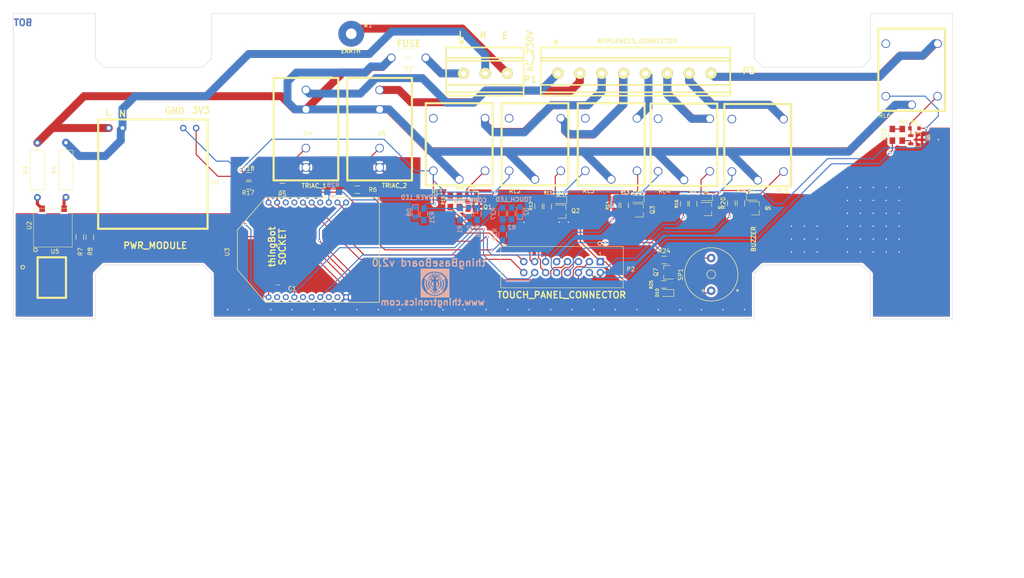
<source format=kicad_pcb>
(kicad_pcb (version 4) (host pcbnew 4.0.4-stable)
  (layers (0 F.Cu signal) (31 B.Cu signal) (34 B.Paste user) (35 F.Paste user) (36 B.SilkS user) (37 F.SilkS user) (38 B.Mask user) (39 F.Mask user) (44 Edge.Cuts user))
  (net 0 "")
  (net 1 +3V3)
  (net 2 GND)
  (net 3 "Net-(D1-Pad2)")
  (net 4 CONNECT_LED)
  (net 5 "Net-(D2-Pad2)")
  (net 6 "Net-(D3-Pad2)")
  (net 7 "Net-(D4-Pad2)")
  (net 8 "Net-(D5-Pad2)")
  (net 9 "Net-(D6-Pad2)")
  (net 10 "Net-(D7-Pad2)")
  (net 11 "Net-(D8-Pad2)")
  (net 12 "Net-(D9-Pad2)")
  (net 13 "Net-(D10-Pad2)")
  (net 14 "Net-(F1-Pad1)")
  (net 15 L)
  (net 16 N)
  (net 17 "Net-(P1-Pad3)")
  (net 18 I2C_SDA)
  (net 19 RELAY_6)
  (net 20 I2C_SCL)
  (net 21 RELAY_5)
  (net 22 TOUCH_INTR)
  (net 23 RELAY_4)
  (net 24 BUZZER)
  (net 25 RELAY_3)
  (net 26 TRIAC_1)
  (net 27 RELAY_2)
  (net 28 TRIAC_2)
  (net 29 RELAY_1)
  (net 30 LS_INTR)
  (net 31 TS_INTR)
  (net 32 "Net-(P3-Pad2)")
  (net 33 "Net-(P3-Pad4)")
  (net 34 "Net-(P3-Pad3)")
  (net 35 "Net-(P3-Pad1)")
  (net 36 "Net-(P3-Pad5)")
  (net 37 "Net-(P3-Pad6)")
  (net 38 "Net-(P3-Pad7)")
  (net 39 "Net-(P3-Pad8)")
  (net 40 "Net-(Q1-Pad2)")
  (net 41 "Net-(Q2-Pad2)")
  (net 42 "Net-(Q3-Pad2)")
  (net 43 "Net-(Q4-Pad2)")
  (net 44 "Net-(Q5-Pad2)")
  (net 45 "Net-(Q6-Pad2)")
  (net 46 "Net-(Q7-Pad1)")
  (net 47 TOUCH_LED)
  (net 48 "Net-(R3-Pad1)")
  (net 49 "Net-(R4-Pad1)")
  (net 50 "Net-(R5-Pad1)")
  (net 51 "Net-(R6-Pad1)")
  (net 52 "Net-(R7-Pad2)")
  (net 53 "Net-(R10-Pad1)")
  (net 54 "Net-(R11-Pad2)")
  (net 55 "Net-(R13-Pad2)")
  (net 56 "Net-(R15-Pad2)")
  (net 57 "Net-(R19-Pad2)")
  (net 58 "Net-(R22-Pad2)")
  (net 59 "Net-(R26-Pad1)")
  (net 60 "Net-(R27-Pad1)")
  (net 61 "Net-(R28-Pad2)")
  (net 62 "Net-(R29-Pad2)")
  (net 63 "Net-(RL1-Pad4)")
  (net 64 "Net-(RL2-Pad4)")
  (net 65 "Net-(RL3-Pad4)")
  (net 66 "Net-(RL4-Pad4)")
  (net 67 "Net-(RL5-Pad4)")
  (net 68 "Net-(RL6-Pad4)")
  (net 69 "Net-(U3-Pad18)")
  (net 70 "Net-(U3-Pad17)")
  (net 71 "Net-(U3-Pad14)")
  (net 72 "Net-(U3-Pad9)")
  (net 73 "Net-(U3-Pad8)")
  (net 74 "Net-(U3-Pad6)")
  (net 75 "Net-(U3-Pad5)")
  (net 76 "Net-(U3-Pad3)")
  (net 77 "Net-(U3-Pad2)")
  (net 78 "Net-(U2-Pad1)")
  (net 79 "Net-(U2-Pad2)")
  (net 80 "Net-(U5-Pad3)")
  (net 81 "Net-(U5-Pad6)")
  (module via:VIA_0.5mm (layer F.Cu) (at 198.7 126.3)
    (fp_text reference REF** hide)
    (fp_text value VIA_0.5mm hide)
    (pad 1 thru_hole circle (at 0 0) (size 0.5 0.5) (drill 0.3) (layers *.Cu) (net 2 GND))
  )
  (module via:VIA_0.5mm (layer F.Cu) (at 193.7 126.3)
    (fp_text reference REF** hide)
    (fp_text value VIA_0.5mm hide)
    (pad 1 thru_hole circle (at 0 0) (size 0.5 0.5) (drill 0.3) (layers *.Cu) (net 2 GND))
  )
  (module via:VIA_0.5mm (layer F.Cu) (at 188.7 126.3)
    (fp_text reference REF** hide)
    (fp_text value VIA_0.5mm hide)
    (pad 1 thru_hole circle (at 0 0) (size 0.5 0.5) (drill 0.3) (layers *.Cu) (net 2 GND))
  )
  (module via:VIA_0.5mm (layer F.Cu) (at 183.7 126.3)
    (fp_text reference REF** hide)
    (fp_text value VIA_0.5mm hide)
    (pad 1 thru_hole circle (at 0 0) (size 0.5 0.5) (drill 0.3) (layers *.Cu) (net 2 GND))
  )
  (module via:VIA_0.5mm (layer F.Cu) (at 178.7 126.3)
    (fp_text reference REF** hide)
    (fp_text value VIA_0.5mm hide)
    (pad 1 thru_hole circle (at 0 0) (size 0.5 0.5) (drill 0.3) (layers *.Cu) (net 2 GND))
  )
  (module via:VIA_0.5mm (layer F.Cu) (at 173.7 126.3)
    (fp_text reference REF** hide)
    (fp_text value VIA_0.5mm hide)
    (pad 1 thru_hole circle (at 0 0) (size 0.5 0.5) (drill 0.3) (layers *.Cu) (net 2 GND))
  )
  (module via:VIA_0.5mm (layer F.Cu) (at 168.7 126.3)
    (fp_text reference REF** hide)
    (fp_text value VIA_0.5mm hide)
    (pad 1 thru_hole circle (at 0 0) (size 0.5 0.5) (drill 0.3) (layers *.Cu) (net 2 GND))
  )
  (module via:VIA_0.5mm (layer F.Cu) (at 163.7 126.3)
    (fp_text reference REF** hide)
    (fp_text value VIA_0.5mm hide)
    (pad 1 thru_hole circle (at 0 0) (size 0.5 0.5) (drill 0.3) (layers *.Cu) (net 2 GND))
  )
  (module via:VIA_0.5mm (layer F.Cu) (at 158.7 126.3)
    (fp_text reference REF** hide)
    (fp_text value VIA_0.5mm hide)
    (pad 1 thru_hole circle (at 0 0) (size 0.5 0.5) (drill 0.3) (layers *.Cu) (net 2 GND))
  )
  (module via:VIA_0.5mm (layer F.Cu) (at 153.7 126.3)
    (fp_text reference REF** hide)
    (fp_text value VIA_0.5mm hide)
    (pad 1 thru_hole circle (at 0 0) (size 0.5 0.5) (drill 0.3) (layers *.Cu) (net 2 GND))
  )
  (module via:VIA_0.5mm (layer F.Cu) (at 148.7 126.3)
    (fp_text reference REF** hide)
    (fp_text value VIA_0.5mm hide)
    (pad 1 thru_hole circle (at 0 0) (size 0.5 0.5) (drill 0.3) (layers *.Cu) (net 2 GND))
  )
  (module via:VIA_0.5mm (layer F.Cu) (at 143.7 126.3)
    (fp_text reference REF** hide)
    (fp_text value VIA_0.5mm hide)
    (pad 1 thru_hole circle (at 0 0) (size 0.5 0.5) (drill 0.3) (layers *.Cu) (net 2 GND))
  )
  (module via:VIA_0.5mm (layer F.Cu) (at 138.7 126.3)
    (fp_text reference REF** hide)
    (fp_text value VIA_0.5mm hide)
    (pad 1 thru_hole circle (at 0 0) (size 0.5 0.5) (drill 0.3) (layers *.Cu) (net 2 GND))
  )
  (module via:VIA_0.5mm (layer F.Cu) (at 133.7 126.3)
    (fp_text reference REF** hide)
    (fp_text value VIA_0.5mm hide)
    (pad 1 thru_hole circle (at 0 0) (size 0.5 0.5) (drill 0.3) (layers *.Cu) (net 2 GND))
  )
  (module via:VIA_0.5mm (layer F.Cu) (at 128.7 126.3)
    (fp_text reference REF** hide)
    (fp_text value VIA_0.5mm hide)
    (pad 1 thru_hole circle (at 0 0) (size 0.5 0.5) (drill 0.3) (layers *.Cu) (net 2 GND))
  )
  (module via:VIA_0.5mm (layer F.Cu) (at 123.7 126.3)
    (fp_text reference REF** hide)
    (fp_text value VIA_0.5mm hide)
    (pad 1 thru_hole circle (at 0 0) (size 0.5 0.5) (drill 0.3) (layers *.Cu) (net 2 GND))
  )
  (module via:VIA_0.5mm (layer F.Cu) (at 118.7 126.3)
    (fp_text reference REF** hide)
    (fp_text value VIA_0.5mm hide)
    (pad 1 thru_hole circle (at 0 0) (size 0.5 0.5) (drill 0.3) (layers *.Cu) (net 2 GND))
  )
  (module via:VIA_0.5mm (layer F.Cu) (at 113.7 126.3)
    (fp_text reference REF** hide)
    (fp_text value VIA_0.5mm hide)
    (pad 1 thru_hole circle (at 0 0) (size 0.5 0.5) (drill 0.3) (layers *.Cu) (net 2 GND))
  )
  (module via:VIA_0.5mm (layer F.Cu) (at 108.7 126.3)
    (fp_text reference REF** hide)
    (fp_text value VIA_0.5mm hide)
    (pad 1 thru_hole circle (at 0 0) (size 0.5 0.5) (drill 0.3) (layers *.Cu) (net 2 GND))
  )
  (module via:VIA_0.5mm (layer F.Cu) (at 103.7 126.3)
    (fp_text reference REF** hide)
    (fp_text value VIA_0.5mm hide)
    (pad 1 thru_hole circle (at 0 0) (size 0.5 0.5) (drill 0.3) (layers *.Cu) (net 2 GND))
  )
  (module via:VIA_0.5mm (layer F.Cu) (at 98.7 126.3)
    (fp_text reference REF** hide)
    (fp_text value VIA_0.5mm hide)
    (pad 1 thru_hole circle (at 0 0) (size 0.5 0.5) (drill 0.3) (layers *.Cu) (net 2 GND))
  )
  (module via:VIA_0.5mm (layer F.Cu) (at 93.7 126.3)
    (fp_text reference REF** hide)
    (fp_text value VIA_0.5mm hide)
    (pad 1 thru_hole circle (at 0 0) (size 0.5 0.5) (drill 0.3) (layers *.Cu) (net 2 GND))
  )
  (module via:VIA_0.5mm (layer F.Cu) (at 88.7 126.3)
    (fp_text reference REF** hide)
    (fp_text value VIA_0.5mm hide)
    (pad 1 thru_hole circle (at 0 0) (size 0.5 0.5) (drill 0.3) (layers *.Cu) (net 2 GND))
  )
  (module via:VIA_0.5mm (layer F.Cu) (at 83.7 126.3)
    (fp_text reference REF** hide)
    (fp_text value VIA_0.5mm hide)
    (pad 1 thru_hole circle (at 0 0) (size 0.5 0.5) (drill 0.3) (layers *.Cu) (net 2 GND))
  )
  (module via:VIA_0.5mm (layer F.Cu) (at 78.7 126.3)
    (fp_text reference REF** hide)
    (fp_text value VIA_0.5mm hide)
    (pad 1 thru_hole circle (at 0 0) (size 0.5 0.5) (drill 0.3) (layers *.Cu) (net 2 GND))
  )
  (module via:VIA_0.5mm (layer F.Cu) (at 215.6 106.9)
    (fp_text reference REF** hide)
    (fp_text value VIA_0.5mm hide)
    (pad 1 thru_hole circle (at 0 0) (size 0.5 0.5) (drill 0.3) (layers *.Cu) (net 2 GND))
  )
  (module via:VIA_0.5mm (layer F.Cu) (at 209.6 106.9)
    (fp_text reference REF** hide)
    (fp_text value VIA_0.5mm hide)
    (pad 1 thru_hole circle (at 0 0) (size 0.5 0.5) (drill 0.3) (layers *.Cu) (net 2 GND))
  )
  (module via:VIA_0.5mm (layer F.Cu) (at 212.6 106.9)
    (fp_text reference REF** hide)
    (fp_text value VIA_0.5mm hide)
    (pad 1 thru_hole circle (at 0 0) (size 0.5 0.5) (drill 0.3) (layers *.Cu) (net 2 GND))
  )
  (module via:VIA_0.5mm (layer F.Cu) (at 215.6 112.9)
    (fp_text reference REF** hide)
    (fp_text value VIA_0.5mm hide)
    (pad 1 thru_hole circle (at 0 0) (size 0.5 0.5) (drill 0.3) (layers *.Cu) (net 2 GND))
  )
  (module via:VIA_0.5mm (layer F.Cu) (at 212.6 112.9)
    (fp_text reference REF** hide)
    (fp_text value VIA_0.5mm hide)
    (pad 1 thru_hole circle (at 0 0) (size 0.5 0.5) (drill 0.3) (layers *.Cu) (net 2 GND))
  )
  (module via:VIA_0.5mm (layer F.Cu) (at 209.6 112.9)
    (fp_text reference REF** hide)
    (fp_text value VIA_0.5mm hide)
    (pad 1 thru_hole circle (at 0 0) (size 0.5 0.5) (drill 0.3) (layers *.Cu) (net 2 GND))
  )
  (module via:VIA_0.5mm (layer F.Cu) (at 215.6 109.9)
    (fp_text reference REF** hide)
    (fp_text value VIA_0.5mm hide)
    (pad 1 thru_hole circle (at 0 0) (size 0.5 0.5) (drill 0.3) (layers *.Cu) (net 2 GND))
  )
  (module via:VIA_0.5mm (layer F.Cu) (at 212.6 109.9)
    (fp_text reference REF** hide)
    (fp_text value VIA_0.5mm hide)
    (pad 1 thru_hole circle (at 0 0) (size 0.5 0.5) (drill 0.3) (layers *.Cu) (net 2 GND))
  )
  (module via:VIA_0.5mm (layer F.Cu) (at 209.6 109.9)
    (fp_text reference REF** hide)
    (fp_text value VIA_0.5mm hide)
    (pad 1 thru_hole circle (at 0 0) (size 0.5 0.5) (drill 0.3) (layers *.Cu) (net 2 GND))
  )
  (module via:VIA_0.5mm (layer F.Cu) (at 234.6 112.9)
    (fp_text reference REF** hide)
    (fp_text value VIA_0.5mm hide)
    (pad 1 thru_hole circle (at 0 0) (size 0.5 0.5) (drill 0.3) (layers *.Cu) (net 2 GND))
  )
  (module via:VIA_0.5mm (layer F.Cu) (at 231.6 112.9)
    (fp_text reference REF** hide)
    (fp_text value VIA_0.5mm hide)
    (pad 1 thru_hole circle (at 0 0) (size 0.5 0.5) (drill 0.3) (layers *.Cu) (net 2 GND))
  )
  (module via:VIA_0.5mm (layer F.Cu) (at 228.6 112.9)
    (fp_text reference REF** hide)
    (fp_text value VIA_0.5mm hide)
    (pad 1 thru_hole circle (at 0 0) (size 0.5 0.5) (drill 0.3) (layers *.Cu) (net 2 GND))
  )
  (module via:VIA_0.5mm (layer F.Cu) (at 225.6 112.9)
    (fp_text reference REF** hide)
    (fp_text value VIA_0.5mm hide)
    (pad 1 thru_hole circle (at 0 0) (size 0.5 0.5) (drill 0.3) (layers *.Cu) (net 2 GND))
  )
  (module via:VIA_0.5mm (layer F.Cu) (at 222.6 112.9)
    (fp_text reference REF** hide)
    (fp_text value VIA_0.5mm hide)
    (pad 1 thru_hole circle (at 0 0) (size 0.5 0.5) (drill 0.3) (layers *.Cu) (net 2 GND))
  )
  (module via:VIA_0.5mm (layer F.Cu) (at 234.6 109.9)
    (fp_text reference REF** hide)
    (fp_text value VIA_0.5mm hide)
    (pad 1 thru_hole circle (at 0 0) (size 0.5 0.5) (drill 0.3) (layers *.Cu) (net 2 GND))
  )
  (module via:VIA_0.5mm (layer F.Cu) (at 231.6 109.9)
    (fp_text reference REF** hide)
    (fp_text value VIA_0.5mm hide)
    (pad 1 thru_hole circle (at 0 0) (size 0.5 0.5) (drill 0.3) (layers *.Cu) (net 2 GND))
  )
  (module via:VIA_0.5mm (layer F.Cu) (at 228.6 109.9)
    (fp_text reference REF** hide)
    (fp_text value VIA_0.5mm hide)
    (pad 1 thru_hole circle (at 0 0) (size 0.5 0.5) (drill 0.3) (layers *.Cu) (net 2 GND))
  )
  (module via:VIA_0.5mm (layer F.Cu) (at 225.6 109.9)
    (fp_text reference REF** hide)
    (fp_text value VIA_0.5mm hide)
    (pad 1 thru_hole circle (at 0 0) (size 0.5 0.5) (drill 0.3) (layers *.Cu) (net 2 GND))
  )
  (module via:VIA_0.5mm (layer F.Cu) (at 222.6 109.9)
    (fp_text reference REF** hide)
    (fp_text value VIA_0.5mm hide)
    (pad 1 thru_hole circle (at 0 0) (size 0.5 0.5) (drill 0.3) (layers *.Cu) (net 2 GND))
  )
  (module via:VIA_0.5mm (layer F.Cu) (at 234.6 106.9)
    (fp_text reference REF** hide)
    (fp_text value VIA_0.5mm hide)
    (pad 1 thru_hole circle (at 0 0) (size 0.5 0.5) (drill 0.3) (layers *.Cu) (net 2 GND))
  )
  (module via:VIA_0.5mm (layer F.Cu) (at 231.6 106.9)
    (fp_text reference REF** hide)
    (fp_text value VIA_0.5mm hide)
    (pad 1 thru_hole circle (at 0 0) (size 0.5 0.5) (drill 0.3) (layers *.Cu) (net 2 GND))
  )
  (module via:VIA_0.5mm (layer F.Cu) (at 228.6 106.9)
    (fp_text reference REF** hide)
    (fp_text value VIA_0.5mm hide)
    (pad 1 thru_hole circle (at 0 0) (size 0.5 0.5) (drill 0.3) (layers *.Cu) (net 2 GND))
  )
  (module via:VIA_0.5mm (layer F.Cu) (at 225.6 106.9)
    (fp_text reference REF** hide)
    (fp_text value VIA_0.5mm hide)
    (pad 1 thru_hole circle (at 0 0) (size 0.5 0.5) (drill 0.3) (layers *.Cu) (net 2 GND))
  )
  (module via:VIA_0.5mm (layer F.Cu) (at 222.6 106.9)
    (fp_text reference REF** hide)
    (fp_text value VIA_0.5mm hide)
    (pad 1 thru_hole circle (at 0 0) (size 0.5 0.5) (drill 0.3) (layers *.Cu) (net 2 GND))
  )
  (module via:VIA_0.5mm (layer F.Cu) (at 234.6 103.9)
    (fp_text reference REF** hide)
    (fp_text value VIA_0.5mm hide)
    (pad 1 thru_hole circle (at 0 0) (size 0.5 0.5) (drill 0.3) (layers *.Cu) (net 2 GND))
  )
  (module via:VIA_0.5mm (layer F.Cu) (at 231.6 103.9)
    (fp_text reference REF** hide)
    (fp_text value VIA_0.5mm hide)
    (pad 1 thru_hole circle (at 0 0) (size 0.5 0.5) (drill 0.3) (layers *.Cu) (net 2 GND))
  )
  (module via:VIA_0.5mm (layer F.Cu) (at 228.6 103.9)
    (fp_text reference REF** hide)
    (fp_text value VIA_0.5mm hide)
    (pad 1 thru_hole circle (at 0 0) (size 0.5 0.5) (drill 0.3) (layers *.Cu) (net 2 GND))
  )
  (module via:VIA_0.5mm (layer F.Cu) (at 225.6 103.9)
    (fp_text reference REF** hide)
    (fp_text value VIA_0.5mm hide)
    (pad 1 thru_hole circle (at 0 0) (size 0.5 0.5) (drill 0.3) (layers *.Cu) (net 2 GND))
  )
  (module via:VIA_0.5mm (layer F.Cu) (at 222.6 103.9)
    (fp_text reference REF** hide)
    (fp_text value VIA_0.5mm hide)
    (pad 1 thru_hole circle (at 0 0) (size 0.5 0.5) (drill 0.3) (layers *.Cu) (net 2 GND))
  )
  (module via:VIA_0.5mm (layer F.Cu) (at 234.6 100.9)
    (fp_text reference REF** hide)
    (fp_text value VIA_0.5mm hide)
    (pad 1 thru_hole circle (at 0 0) (size 0.5 0.5) (drill 0.3) (layers *.Cu) (net 2 GND))
  )
  (module via:VIA_0.5mm (layer F.Cu) (at 231.6 100.9)
    (fp_text reference REF** hide)
    (fp_text value VIA_0.5mm hide)
    (pad 1 thru_hole circle (at 0 0) (size 0.5 0.5) (drill 0.3) (layers *.Cu) (net 2 GND))
  )
  (module via:VIA_0.5mm (layer F.Cu) (at 228.6 100.9)
    (fp_text reference REF** hide)
    (fp_text value VIA_0.5mm hide)
    (pad 1 thru_hole circle (at 0 0) (size 0.5 0.5) (drill 0.3) (layers *.Cu) (net 2 GND))
  )
  (module via:VIA_0.5mm (layer F.Cu) (at 225.6 100.9)
    (fp_text reference REF** hide)
    (fp_text value VIA_0.5mm hide)
    (pad 1 thru_hole circle (at 0 0) (size 0.5 0.5) (drill 0.3) (layers *.Cu) (net 2 GND))
  )
  (module via:VIA_0.5mm (layer F.Cu) (at 222.6 100.9)
    (fp_text reference REF** hide)
    (fp_text value VIA_0.5mm hide)
    (pad 1 thru_hole circle (at 0 0) (size 0.5 0.5) (drill 0.3) (layers *.Cu) (net 2 GND))
  )
  (module via:VIA_0.5mm (layer F.Cu) (at 234.6 97.9)
    (fp_text reference REF** hide)
    (fp_text value VIA_0.5mm hide)
    (pad 1 thru_hole circle (at 0 0) (size 0.5 0.5) (drill 0.3) (layers *.Cu) (net 2 GND))
  )
  (module via:VIA_0.5mm (layer F.Cu) (at 231.6 97.9)
    (fp_text reference REF** hide)
    (fp_text value VIA_0.5mm hide)
    (pad 1 thru_hole circle (at 0 0) (size 0.5 0.5) (drill 0.3) (layers *.Cu) (net 2 GND))
  )
  (module via:VIA_0.5mm (layer F.Cu) (at 228.6 97.9)
    (fp_text reference REF** hide)
    (fp_text value VIA_0.5mm hide)
    (pad 1 thru_hole circle (at 0 0) (size 0.5 0.5) (drill 0.3) (layers *.Cu) (net 2 GND))
  )
  (module via:VIA_0.5mm (layer F.Cu) (at 225.6 97.9)
    (fp_text reference REF** hide)
    (fp_text value VIA_0.5mm hide)
    (pad 1 thru_hole circle (at 0 0) (size 0.5 0.5) (drill 0.3) (layers *.Cu) (net 2 GND))
  )
  (module via:VIA_0.5mm (layer F.Cu) (at 222.6 97.9)
    (fp_text reference REF** hide)
    (fp_text value VIA_0.5mm hide)
    (pad 1 thru_hole circle (at 0 0) (size 0.5 0.5) (drill 0.3) (layers *.Cu) (net 2 GND))
  )
  (module via:VIA_0.5mm (layer F.Cu) (at 155.7 106)
    (fp_text reference REF** hide)
    (fp_text value VIA_0.5mm hide)
    (pad 1 thru_hole circle (at 0 0) (size 0.5 0.5) (drill 0.3) (layers *.Cu) (net 2 GND))
  )
  (module via:VIA_0.5mm (layer F.Cu) (at 157.8 106)
    (fp_text reference REF** hide)
    (fp_text value VIA_0.5mm hide)
    (pad 1 thru_hole circle (at 0 0) (size 0.5 0.5) (drill 0.3) (layers *.Cu) (net 2 GND))
  )
  (module relays:Songle_SRS-03VDC-SL (layer F.Cu) (at 245.577705 80.617691 180)
    (fp_text reference RL6 (at 14.307705 -0.6 360) (layer F.SilkS))
    (fp_text value G5Q-1)
    (pad 3 thru_hole circle (at 8.077705 1.917691) (size 2 2) (drill 1.6) (layers *.Cu *.Mask) (net 15 L))
    (pad 2 thru_hole circle (at 14.077705 3.917691) (size 2 2) (drill 1.6) (layers *.Cu *.Mask) (net 1 +3V3))
    (pad 1 thru_hole circle (at 2.077705 3.917691) (size 2 2) (drill 1.6) (layers *.Cu *.Mask) (net 12 "Net-(D9-Pad2)"))
    (pad 4 thru_hole circle (at 14.077705 16.117691) (size 2 2) (drill 1.6) (layers *.Cu *.Mask) (net 68 "Net-(RL6-Pad4)"))
    (pad 5 thru_hole circle (at 2.077705 16.117691) (size 2 2) (drill 1.6) (layers *.Cu *.Mask) (net 39 "Net-(P3-Pad8)"))
  )
  (module Xbee:XBee_Socket_without_Jtag (layer F.Cu) (at 88.2 123.4 90)
    (fp_text reference U3 (at 10.51 -9.6 270) (layer F.SilkS))
    (fp_text value XBEE_MODULE)
    (pad 20 thru_hole circle (at 22 0 90) (size 1.4 1.4) (drill 0.8) (layers *.Cu *.Mask) (net 18 I2C_SDA))
    (pad 19 thru_hole circle (at 22 2 90) (size 1.4 1.4) (drill 0.8) (layers *.Cu *.Mask) (net 20 I2C_SCL))
    (pad 18 thru_hole circle (at 22 4 90) (size 1.4 1.4) (drill 0.8) (layers *.Cu *.Mask) (net 69 "Net-(U3-Pad18)"))
    (pad 17 thru_hole circle (at 22 6 90) (size 1.4 1.4) (drill 0.8) (layers *.Cu *.Mask) (net 70 "Net-(U3-Pad17)"))
    (pad 16 thru_hole circle (at 22 8 90) (size 1.4 1.4) (drill 0.8) (layers *.Cu *.Mask) (net 31 TS_INTR))
    (pad 15 thru_hole circle (at 22 10 90) (size 1.4 1.4) (drill 0.8) (layers *.Cu *.Mask) (net 30 LS_INTR))
    (pad 14 thru_hole circle (at 22 12 90) (size 1.4 1.4) (drill 0.8) (layers *.Cu *.Mask) (net 71 "Net-(U3-Pad14)"))
    (pad 13 thru_hole circle (at 22 14 90) (size 1.4 1.4) (drill 0.8) (layers *.Cu *.Mask) (net 61 "Net-(R28-Pad2)"))
    (pad 12 thru_hole circle (at 22 16 90) (size 1.4 1.4) (drill 0.8) (layers *.Cu *.Mask) (net 62 "Net-(R29-Pad2)"))
    (pad 11 thru_hole circle (at 22 18 90) (size 1.4 1.4) (drill 0.8) (layers *.Cu *.Mask) (net 22 TOUCH_INTR))
    (pad 10 thru_hole circle (at 0 18 90) (size 1.4 1.4) (drill 0.8) (layers *.Cu *.Mask) (net 2 GND))
    (pad 9 thru_hole circle (at 0 16 90) (size 1.4 1.4) (drill 0.8) (layers *.Cu *.Mask) (net 72 "Net-(U3-Pad9)"))
    (pad 8 thru_hole circle (at 0 14 90) (size 1.4 1.4) (drill 0.8) (layers *.Cu *.Mask) (net 73 "Net-(U3-Pad8)"))
    (pad 7 thru_hole circle (at 0 12 90) (size 1.4 1.4) (drill 0.8) (layers *.Cu *.Mask) (net 60 "Net-(R27-Pad1)"))
    (pad 6 thru_hole circle (at 0 10 90) (size 1.4 1.4) (drill 0.8) (layers *.Cu *.Mask) (net 74 "Net-(U3-Pad6)"))
    (pad 5 thru_hole circle (at 0 8 90) (size 1.4 1.4) (drill 0.8) (layers *.Cu *.Mask) (net 75 "Net-(U3-Pad5)"))
    (pad 4 thru_hole circle (at 0 6 90) (size 1.4 1.4) (drill 0.8) (layers *.Cu *.Mask) (net 59 "Net-(R26-Pad1)"))
    (pad 3 thru_hole circle (at 0 4 90) (size 1.4 1.4) (drill 0.8) (layers *.Cu *.Mask) (net 76 "Net-(U3-Pad3)"))
    (pad 2 thru_hole circle (at 0 2 90) (size 1.4 1.4) (drill 0.8) (layers *.Cu *.Mask) (net 77 "Net-(U3-Pad2)"))
    (pad 1 thru_hole circle (at 0 0 90) (size 1.4 1.4) (drill 0.8) (layers *.Cu *.Mask) (net 1 +3V3))
  )
  (module via:VIA_0.5mm (layer F.Cu) (at 147.52 106)
    (fp_text reference REF** hide)
    (fp_text value VIA_0.5mm hide)
    (pad 1 thru_hole circle (at 0 0) (size 0.5 0.5) (drill 0.3) (layers *.Cu) (net 2 GND))
  )
  (module via:VIA_0.5mm (layer F.Cu) (at 243.7 86.8)
    (fp_text reference REF** hide)
    (fp_text value VIA_0.5mm hide)
    (pad 1 thru_hole circle (at 0 0) (size 0.5 0.5) (drill 0.3) (layers *.Cu) (net 2 GND))
  )
  (module relays:Songle_SRS-03VDC-SL (layer F.Cu) (at 140.537705 97.95 180)
    (fp_text reference RL1 (at 13.127705 -1.03 360) (layer F.SilkS))
    (fp_text value G5Q-1)
    (pad 3 thru_hole circle (at 8.077705 1.917691) (size 2 2) (drill 1.6) (layers *.Cu *.Mask) (net 15 L))
    (pad 2 thru_hole circle (at 14.077705 3.917691) (size 2 2) (drill 1.6) (layers *.Cu *.Mask) (net 1 +3V3))
    (pad 1 thru_hole circle (at 2.077705 3.917691) (size 2 2) (drill 1.6) (layers *.Cu *.Mask) (net 6 "Net-(D3-Pad2)"))
    (pad 4 thru_hole circle (at 14.077705 16.117691) (size 2 2) (drill 1.6) (layers *.Cu *.Mask) (net 63 "Net-(RL1-Pad4)"))
    (pad 5 thru_hole circle (at 2.077705 16.117691) (size 2 2) (drill 1.6) (layers *.Cu *.Mask) (net 34 "Net-(P3-Pad3)"))
  )
  (module Connectors:gmkds_3-3-5,08 (layer F.Cu) (at 133.42 71.4)
    (fp_text reference P1 (at 15.58 1.38) (layer F.SilkS) (effects (font (size 1.5 1.5) (thickness 0.3))))
    (fp_text value AC_230V)
    (pad 2 thru_hole circle (at 5.08 0) (size 2.6 2.6) (drill 1.3) (layers *.Cu *.Mask F.SilkS) (net 16 N))
    (pad 3 thru_hole circle (at 10.16 0) (size 2.6 2.6) (drill 1.3) (layers *.Cu *.Mask F.SilkS) (net 17 "Net-(P1-Pad3)"))
    (pad 1 thru_hole circle (at 0 0) (size 2.6 2.6) (drill 1.3) (layers *.Cu *.Mask F.SilkS) (net 14 "Net-(F1-Pad1)"))
  )
  (module Capacitors_SMD:C_0805_HandSoldering (layer F.Cu) (at 90.4 121.4)
    (fp_text reference C1 (at 3.3 0.01) (layer F.SilkS))
    (fp_text value 10uF)
    (pad 1 smd rect (at -1.25 0) (size 1.5 1.25) (layers F.Cu F.Paste F.Mask) (net 1 +3V3))
    (pad 2 smd rect (at 1.25 0) (size 1.5 1.25) (layers F.Cu F.Paste F.Mask) (net 2 GND))
  )
  (module LEDs:LED_0805 (layer B.Cu) (at 134.65 103.615226 270)
    (fp_text reference D1 (at 3.914774 -0.2 270) (layer B.SilkS) (effects (justify mirror)))
    (fp_text value CONN_LED)
    (pad 2 smd rect (at 1.1 0 90) (size 1.2 1.2) (layers B.Cu B.Paste B.Mask) (net 3 "Net-(D1-Pad2)"))
    (pad 1 smd rect (at -1.1 0 90) (size 1.2 1.2) (layers B.Cu B.Paste B.Mask) (net 4 CONNECT_LED))
  )
  (module LEDs:LED_0805 (layer B.Cu) (at 146.55 103.5 90)
    (fp_text reference D2 (at -0.01 1.52 90) (layer B.SilkS) (effects (justify mirror)))
    (fp_text value TOUCH_LED)
    (pad 2 smd rect (at 1.1 0 270) (size 1.2 1.2) (layers B.Cu B.Paste B.Mask) (net 5 "Net-(D2-Pad2)"))
    (pad 1 smd rect (at -1.1 0 270) (size 1.2 1.2) (layers B.Cu B.Paste B.Mask) (net 2 GND))
  )
  (module Diodes_SMD:D_0805 (layer F.Cu) (at 135.3 99.6 180)
    (fp_text reference D3 (at -0.06 1.68 180) (layer F.SilkS))
    (fp_text value 1N4007)
    (pad 1 smd rect (at -1.05 0 180) (size 0.8 0.9) (layers F.Cu F.Paste F.Mask) (net 1 +3V3))
    (pad 2 smd rect (at 1.05 0 180) (size 0.8 0.9) (layers F.Cu F.Paste F.Mask) (net 6 "Net-(D3-Pad2)"))
  )
  (module Diodes_SMD:D_0805 (layer F.Cu) (at 155.81 100.83 180)
    (fp_text reference D4 (at -0.2 1.46 180) (layer F.SilkS))
    (fp_text value 1N4007)
    (pad 1 smd rect (at -1.05 0 180) (size 0.8 0.9) (layers F.Cu F.Paste F.Mask) (net 1 +3V3))
    (pad 2 smd rect (at 1.05 0 180) (size 0.8 0.9) (layers F.Cu F.Paste F.Mask) (net 7 "Net-(D4-Pad2)"))
  )
  (module Diodes_SMD:D_0805 (layer F.Cu) (at 173.78 100.54 180)
    (fp_text reference D5 (at 0 1.6 180) (layer F.SilkS))
    (fp_text value 1N4007)
    (pad 1 smd rect (at -1.05 0 180) (size 0.8 0.9) (layers F.Cu F.Paste F.Mask) (net 1 +3V3))
    (pad 2 smd rect (at 1.05 0 180) (size 0.8 0.9) (layers F.Cu F.Paste F.Mask) (net 8 "Net-(D5-Pad2)"))
  )
  (module Diodes_SMD:D_0805 (layer F.Cu) (at 189.66 100.17 180)
    (fp_text reference D6 (at -0.16 1.3 360) (layer F.SilkS) (effects (font (size 0.5 0.5) (thickness 0.125))))
    (fp_text value 1N4007)
    (pad 1 smd rect (at -1.05 0 180) (size 0.8 0.9) (layers F.Cu F.Paste F.Mask) (net 1 +3V3))
    (pad 2 smd rect (at 1.05 0 180) (size 0.8 0.9) (layers F.Cu F.Paste F.Mask) (net 9 "Net-(D6-Pad2)"))
  )
  (module Diodes_SMD:D_0805 (layer F.Cu) (at 200.74 100.05)
    (fp_text reference D7 (at -0.3 -1.39) (layer F.SilkS) (effects (font (size 0.7 0.7))))
    (fp_text value 1N4007)
    (pad 1 smd rect (at -1.05 0) (size 0.8 0.9) (layers F.Cu F.Paste F.Mask) (net 1 +3V3))
    (pad 2 smd rect (at 1.05 0) (size 0.8 0.9) (layers F.Cu F.Paste F.Mask) (net 10 "Net-(D7-Pad2)"))
  )
  (module LEDs:LED_0805 (layer B.Cu) (at 122.27 103.67 270)
    (fp_text reference D8 (at 0 1.45 270) (layer B.SilkS) (effects (justify mirror)))
    (fp_text value POWER_LED)
    (pad 2 smd rect (at 1.1 0 90) (size 1.2 1.2) (layers B.Cu B.Paste B.Mask) (net 11 "Net-(D8-Pad2)"))
    (pad 1 smd rect (at -1.1 0 90) (size 1.2 1.2) (layers B.Cu B.Paste B.Mask) (net 2 GND))
  )
  (module Diodes_SMD:D_0805 (layer F.Cu) (at 238.15 84.16 180)
    (fp_text reference D9 (at 0.1 1.45 180) (layer F.SilkS) (effects (font (size 0.7 0.7))))
    (fp_text value 1N4007)
    (pad 1 smd rect (at -1.05 0 180) (size 0.8 0.9) (layers F.Cu F.Paste F.Mask) (net 1 +3V3))
    (pad 2 smd rect (at 1.05 0 180) (size 0.8 0.9) (layers F.Cu F.Paste F.Mask) (net 12 "Net-(D9-Pad2)"))
  )
  (module Diodes_SMD:D_0805 (layer F.Cu) (at 180.69 122.42 180)
    (fp_text reference D10 (at 2.27 0.06 270) (layer F.SilkS) (effects (font (size 0.7 0.7))))
    (fp_text value 1N4007)
    (pad 1 smd rect (at -1.05 0 180) (size 0.8 0.9) (layers F.Cu F.Paste F.Mask) (net 1 +3V3))
    (pad 2 smd rect (at 1.05 0 180) (size 0.8 0.9) (layers F.Cu F.Paste F.Mask) (net 13 "Net-(D10-Pad2)"))
  )
  (module Fuse:8mm_Pitch (layer F.Cu) (at 124.7 67.8 180)
    (fp_text reference F1 (at 3.95 -2.85 180) (layer F.SilkS))
    (fp_text value FUSE)
    (pad 1 thru_hole circle (at 0 0 180) (size 2 2) (drill 1.54) (layers *.Cu *.Mask) (net 14 "Net-(F1-Pad1)"))
    (pad 2 thru_hole circle (at 8 0 180) (size 2 2) (drill 1.54) (layers *.Cu *.Mask) (net 15 L))
  )
  (module Connectors:IDC_Header_Straight_16pins (layer F.Cu) (at 165.23 115.15 180)
    (fp_text reference P2 (at -7.06 -1.75 180) (layer F.SilkS))
    (fp_text value TOUCH_PANEL_CONNECTOR)
    (fp_text user 1 (at 0.02 1.72 180) (layer F.SilkS) (effects (font (thickness 0.12))))
    (pad 1 thru_hole rect (at 0 0 180) (size 1.7272 1.7272) (drill 1.016) (layers *.Cu *.Mask) (net 1 +3V3))
    (pad 2 thru_hole oval (at 0 -2.54 180) (size 1.7272 1.7272) (drill 1.016) (layers *.Cu *.Mask) (net 2 GND))
    (pad 3 thru_hole oval (at 2.54 0 180) (size 1.7272 1.7272) (drill 1.016) (layers *.Cu *.Mask) (net 18 I2C_SDA))
    (pad 4 thru_hole oval (at 2.54 -2.54 180) (size 1.7272 1.7272) (drill 1.016) (layers *.Cu *.Mask) (net 19 RELAY_6))
    (pad 5 thru_hole oval (at 5.08 0 180) (size 1.7272 1.7272) (drill 1.016) (layers *.Cu *.Mask) (net 20 I2C_SCL))
    (pad 6 thru_hole oval (at 5.08 -2.54 180) (size 1.7272 1.7272) (drill 1.016) (layers *.Cu *.Mask) (net 21 RELAY_5))
    (pad 7 thru_hole oval (at 7.62 0 180) (size 1.7272 1.7272) (drill 1.016) (layers *.Cu *.Mask) (net 22 TOUCH_INTR))
    (pad 8 thru_hole oval (at 7.62 -2.54 180) (size 1.7272 1.7272) (drill 1.016) (layers *.Cu *.Mask) (net 23 RELAY_4))
    (pad 9 thru_hole oval (at 10.16 0 180) (size 1.7272 1.7272) (drill 1.016) (layers *.Cu *.Mask) (net 24 BUZZER))
    (pad 10 thru_hole oval (at 10.16 -2.54 180) (size 1.7272 1.7272) (drill 1.016) (layers *.Cu *.Mask) (net 25 RELAY_3))
    (pad 11 thru_hole oval (at 12.7 0 180) (size 1.7272 1.7272) (drill 1.016) (layers *.Cu *.Mask) (net 26 TRIAC_1))
    (pad 12 thru_hole oval (at 12.7 -2.54 180) (size 1.7272 1.7272) (drill 1.016) (layers *.Cu *.Mask) (net 27 RELAY_2))
    (pad 13 thru_hole oval (at 15.24 0 180) (size 1.7272 1.7272) (drill 1.016) (layers *.Cu *.Mask) (net 28 TRIAC_2))
    (pad 14 thru_hole oval (at 15.24 -2.54 180) (size 1.7272 1.7272) (drill 1.016) (layers *.Cu *.Mask) (net 29 RELAY_1))
    (pad 15 thru_hole oval (at 17.78 0 180) (size 1.7272 1.7272) (drill 1.016) (layers *.Cu *.Mask) (net 30 LS_INTR))
    (pad 16 thru_hole oval (at 17.78 -2.54 180) (size 1.7272 1.7272) (drill 1.016) (layers *.Cu *.Mask) (net 31 TS_INTR))
  )
  (module Connectors:gmkds_3-8-5,08 (layer F.Cu) (at 155.38 71.4)
    (fp_text reference P3 (at 44.32 -0.6) (layer F.SilkS) (effects (font (size 1.5 1.5) (thickness 0.3))))
    (fp_text value APPLIANCES_CONNECTOR)
    (pad 2 thru_hole circle (at 5.08 0) (size 2.6 2.6) (drill 1.3) (layers *.Cu *.Mask F.SilkS) (net 32 "Net-(P3-Pad2)"))
    (pad 4 thru_hole circle (at 15.24 0) (size 2.6 2.6) (drill 1.3) (layers *.Cu *.Mask F.SilkS) (net 33 "Net-(P3-Pad4)"))
    (pad 3 thru_hole circle (at 10.16 0) (size 2.6 2.6) (drill 1.3) (layers *.Cu *.Mask F.SilkS) (net 34 "Net-(P3-Pad3)"))
    (pad 1 thru_hole circle (at 0 0) (size 2.6 2.6) (drill 1.3) (layers *.Cu *.Mask F.SilkS) (net 35 "Net-(P3-Pad1)"))
    (pad 5 thru_hole circle (at 20.32 0) (size 2.6 2.6) (drill 1.3) (layers *.Cu *.Mask F.SilkS) (net 36 "Net-(P3-Pad5)"))
    (pad 6 thru_hole circle (at 25.4 0) (size 2.6 2.6) (drill 1.3) (layers *.Cu *.Mask F.SilkS) (net 37 "Net-(P3-Pad6)"))
    (pad 7 thru_hole circle (at 30.48 0) (size 2.6 2.6) (drill 1.3) (layers *.Cu *.Mask F.SilkS) (net 38 "Net-(P3-Pad7)"))
    (pad 8 thru_hole circle (at 35.56 0) (size 2.6 2.6) (drill 1.3) (layers *.Cu *.Mask F.SilkS) (net 39 "Net-(P3-Pad8)"))
  )
  (module TO_SOT_Packages_SMD:TSOT-23 (layer F.Cu) (at 135.8 102.3)
    (fp_text reference Q1 (at 3.26 0.17) (layer F.SilkS))
    (fp_text value 2N3904-MMBT)
    (pad 1 smd rect (at -1.31 -0.95) (size 1.22 0.65) (layers F.Cu F.Paste F.Mask) (net 6 "Net-(D3-Pad2)"))
    (pad 2 smd rect (at -1.31 0.95) (size 1.22 0.65) (layers F.Cu F.Paste F.Mask) (net 40 "Net-(Q1-Pad2)"))
    (pad 3 smd rect (at 1.31 0) (size 1.22 0.65) (layers F.Cu F.Paste F.Mask) (net 2 GND))
  )
  (module TO_SOT_Packages_SMD:TSOT-23 (layer F.Cu) (at 156.3 103.5)
    (fp_text reference Q2 (at 3.19 -0.16) (layer F.SilkS))
    (fp_text value 2N3904-MMBT)
    (pad 1 smd rect (at -1.31 -0.95) (size 1.22 0.65) (layers F.Cu F.Paste F.Mask) (net 7 "Net-(D4-Pad2)"))
    (pad 2 smd rect (at -1.31 0.95) (size 1.22 0.65) (layers F.Cu F.Paste F.Mask) (net 41 "Net-(Q2-Pad2)"))
    (pad 3 smd rect (at 1.31 0) (size 1.22 0.65) (layers F.Cu F.Paste F.Mask) (net 2 GND))
  )
  (module TO_SOT_Packages_SMD:TSOT-23 (layer F.Cu) (at 174.25 103.23)
    (fp_text reference Q3 (at 3.07 -0.11 90) (layer F.SilkS))
    (fp_text value 2N3904-MMBT)
    (pad 1 smd rect (at -1.31 -0.95) (size 1.22 0.65) (layers F.Cu F.Paste F.Mask) (net 8 "Net-(D5-Pad2)"))
    (pad 2 smd rect (at -1.31 0.95) (size 1.22 0.65) (layers F.Cu F.Paste F.Mask) (net 42 "Net-(Q3-Pad2)"))
    (pad 3 smd rect (at 1.31 0) (size 1.22 0.65) (layers F.Cu F.Paste F.Mask) (net 2 GND))
  )
  (module TO_SOT_Packages_SMD:TSOT-23 (layer F.Cu) (at 190.11 102.91)
    (fp_text reference Q4 (at 2.92 -0.31) (layer F.SilkS) (effects (font (size 0.5 0.5) (thickness 0.125))))
    (fp_text value 2N3904-MMBT)
    (pad 1 smd rect (at -1.31 -0.95) (size 1.22 0.65) (layers F.Cu F.Paste F.Mask) (net 9 "Net-(D6-Pad2)"))
    (pad 2 smd rect (at -1.31 0.95) (size 1.22 0.65) (layers F.Cu F.Paste F.Mask) (net 43 "Net-(Q4-Pad2)"))
    (pad 3 smd rect (at 1.31 0) (size 1.22 0.65) (layers F.Cu F.Paste F.Mask) (net 2 GND))
  )
  (module TO_SOT_Packages_SMD:TSOT-23 (layer F.Cu) (at 201.189939 102.737491)
    (fp_text reference Q5 (at 2.93 -0.02) (layer F.SilkS) (effects (font (size 0.7 0.7))))
    (fp_text value 2N3904-MMBT)
    (pad 1 smd rect (at -1.31 -0.95) (size 1.22 0.65) (layers F.Cu F.Paste F.Mask) (net 10 "Net-(D7-Pad2)"))
    (pad 2 smd rect (at -1.31 0.95) (size 1.22 0.65) (layers F.Cu F.Paste F.Mask) (net 44 "Net-(Q5-Pad2)"))
    (pad 3 smd rect (at 1.31 0) (size 1.22 0.65) (layers F.Cu F.Paste F.Mask) (net 2 GND))
  )
  (module TO_SOT_Packages_SMD:TSOT-23 (layer F.Cu) (at 238.61 86.81)
    (fp_text reference Q6 (at 2.76 -0.52 90) (layer F.SilkS) (effects (font (size 0.7 0.7))))
    (fp_text value 2N3904-MMBT)
    (pad 1 smd rect (at -1.31 -0.95) (size 1.22 0.65) (layers F.Cu F.Paste F.Mask) (net 12 "Net-(D9-Pad2)"))
    (pad 2 smd rect (at -1.31 0.95) (size 1.22 0.65) (layers F.Cu F.Paste F.Mask) (net 45 "Net-(Q6-Pad2)"))
    (pad 3 smd rect (at 1.31 0) (size 1.22 0.65) (layers F.Cu F.Paste F.Mask) (net 2 GND))
  )
  (module TO_SOT_Packages_SMD:SOT-23 (layer F.Cu) (at 180.71 117.61 180)
    (fp_text reference Q7 (at 2.58 0.03 270) (layer F.SilkS))
    (fp_text value 2N7002)
    (pad 1 smd rect (at -1 -0.95 180) (size 0.9 0.8) (layers F.Cu F.Paste F.Mask) (net 46 "Net-(Q7-Pad1)"))
    (pad 2 smd rect (at -1 0.95 180) (size 0.9 0.8) (layers F.Cu F.Paste F.Mask) (net 24 BUZZER))
    (pad 3 smd rect (at 1 0 180) (size 0.9 0.8) (layers F.Cu F.Paste F.Mask) (net 2 GND))
  )
  (module Resistors_SMD:R_0805_HandSoldering (layer B.Cu) (at 132.7 104.055226 270)
    (fp_text reference R1 (at 3.564774 0.07 270) (layer B.SilkS) (effects (justify mirror)))
    (fp_text value 100E)
    (pad 1 smd rect (at -1.35 0 270) (size 1.5 1.3) (layers B.Cu B.Paste B.Mask) (net 1 +3V3))
    (pad 2 smd rect (at 1.35 0 270) (size 1.5 1.3) (layers B.Cu B.Paste B.Mask) (net 3 "Net-(D1-Pad2)"))
  )
  (module Resistors_SMD:R_0805_HandSoldering (layer B.Cu) (at 144.6 103.96 90)
    (fp_text reference R2 (at -3.25 0.07 360) (layer B.SilkS) (effects (justify mirror)))
    (fp_text value 100E)
    (pad 1 smd rect (at -1.35 0 90) (size 1.5 1.3) (layers B.Cu B.Paste B.Mask) (net 47 TOUCH_LED))
    (pad 2 smd rect (at 1.35 0 90) (size 1.5 1.3) (layers B.Cu B.Paste B.Mask) (net 5 "Net-(D2-Pad2)"))
  )
  (module Resistors_ThroughHole:R_Axial_DIN0309_L9.0mm_D3.2mm_P12.70mm_Horizontal (layer F.Cu) (at 34.54 100.23 90)
    (fp_text reference R3 (at 6.35 -2.66 90) (layer F.SilkS))
    (fp_text value 150K)
    (pad 1 thru_hole circle (at 0 0 90) (size 1.6 1.6) (drill 0.8) (layers *.Cu *.Mask) (net 48 "Net-(R3-Pad1)"))
    (pad 2 thru_hole oval (at 12.7 0 90) (size 1.6 1.6) (drill 0.8) (layers *.Cu *.Mask) (net 15 L))
  )
  (module Resistors_ThroughHole:R_Axial_DIN0309_L9.0mm_D3.2mm_P12.70mm_Horizontal (layer F.Cu) (at 41.16 100.19 90)
    (fp_text reference R4 (at 6.35 -2.66 90) (layer F.SilkS))
    (fp_text value 150K)
    (pad 1 thru_hole circle (at 0 0 90) (size 1.6 1.6) (drill 0.8) (layers *.Cu *.Mask) (net 49 "Net-(R4-Pad1)"))
    (pad 2 thru_hole oval (at 12.7 0 90) (size 1.6 1.6) (drill 0.8) (layers *.Cu *.Mask) (net 16 N))
  )
  (module Resistors_SMD:R_0805_HandSoldering (layer F.Cu) (at 91.4 97.8)
    (fp_text reference R5 (at 0 1.7) (layer F.SilkS))
    (fp_text value 0E)
    (pad 1 smd rect (at -1.35 0) (size 1.5 1.3) (layers F.Cu F.Paste F.Mask) (net 50 "Net-(R5-Pad1)"))
    (pad 2 smd rect (at 1.35 0) (size 1.5 1.3) (layers F.Cu F.Paste F.Mask) (net 26 TRIAC_1))
  )
  (module Resistors_SMD:R_0805_HandSoldering (layer F.Cu) (at 108.83 98.43)
    (fp_text reference R6 (at 3.59 0) (layer F.SilkS))
    (fp_text value 0E)
    (pad 1 smd rect (at -1.35 0) (size 1.5 1.3) (layers F.Cu F.Paste F.Mask) (net 51 "Net-(R6-Pad1)"))
    (pad 2 smd rect (at 1.35 0) (size 1.5 1.3) (layers F.Cu F.Paste F.Mask) (net 28 TRIAC_2))
  )
  (module Resistors_SMD:R_0805_HandSoldering (layer F.Cu) (at 44.4 109.42 270)
    (fp_text reference R7 (at 3.43 -0.12 270) (layer F.SilkS))
    (fp_text value 10K)
    (pad 1 smd rect (at -1.35 0 270) (size 1.5 1.3) (layers F.Cu F.Paste F.Mask) (net 1 +3V3))
    (pad 2 smd rect (at 1.35 0 270) (size 1.5 1.3) (layers F.Cu F.Paste F.Mask) (net 52 "Net-(R7-Pad2)"))
  )
  (module Resistors_SMD:R_0805_HandSoldering (layer F.Cu) (at 46.71 109.44 270)
    (fp_text reference R8 (at 3.32 -0.09 270) (layer F.SilkS))
    (fp_text value 0E)
    (pad 1 smd rect (at -1.35 0 270) (size 1.5 1.3) (layers F.Cu F.Paste F.Mask) (net 21 RELAY_5))
    (pad 2 smd rect (at 1.35 0 270) (size 1.5 1.3) (layers F.Cu F.Paste F.Mask) (net 52 "Net-(R7-Pad2)"))
  )
  (module Resistors_SMD:R_0805_HandSoldering (layer F.Cu) (at 132.5 101.1 90)
    (fp_text reference R9 (at 3.05 0.06 180) (layer F.SilkS))
    (fp_text value 100E)
    (pad 1 smd rect (at -1.35 0 90) (size 1.5 1.3) (layers F.Cu F.Paste F.Mask) (net 40 "Net-(Q1-Pad2)"))
    (pad 2 smd rect (at 1.35 0 90) (size 1.5 1.3) (layers F.Cu F.Paste F.Mask) (net 53 "Net-(R10-Pad1)"))
  )
  (module Resistors_SMD:R_0805_HandSoldering (layer F.Cu) (at 130.4 101.1 270)
    (fp_text reference R10 (at -0.16 1.68 450) (layer F.SilkS) (effects (font (size 0.7 0.7))))
    (fp_text value 0E)
    (pad 1 smd rect (at -1.35 0 270) (size 1.5 1.3) (layers F.Cu F.Paste F.Mask) (net 53 "Net-(R10-Pad1)"))
    (pad 2 smd rect (at 1.35 0 270) (size 1.5 1.3) (layers F.Cu F.Paste F.Mask) (net 29 RELAY_1))
  )
  (module Resistors_SMD:R_0805_HandSoldering (layer F.Cu) (at 153.01 102.32 90)
    (fp_text reference R11 (at 3.14 0.08 180) (layer F.SilkS) (effects (font (size 0.7 0.7))))
    (fp_text value 100E)
    (pad 1 smd rect (at -1.35 0 90) (size 1.5 1.3) (layers F.Cu F.Paste F.Mask) (net 41 "Net-(Q2-Pad2)"))
    (pad 2 smd rect (at 1.35 0 90) (size 1.5 1.3) (layers F.Cu F.Paste F.Mask) (net 54 "Net-(R11-Pad2)"))
  )
  (module Resistors_SMD:R_0805_HandSoldering (layer F.Cu) (at 150.88 102.32 270)
    (fp_text reference R12 (at -0.11 1.78 270) (layer F.SilkS) (effects (font (size 0.7 0.7))))
    (fp_text value 0E)
    (pad 1 smd rect (at -1.35 0 270) (size 1.5 1.3) (layers F.Cu F.Paste F.Mask) (net 54 "Net-(R11-Pad2)"))
    (pad 2 smd rect (at 1.35 0 270) (size 1.5 1.3) (layers F.Cu F.Paste F.Mask) (net 27 RELAY_2))
  )
  (module Resistors_SMD:R_0805_HandSoldering (layer F.Cu) (at 170.86 102.07 90)
    (fp_text reference R13 (at 3.03 0.1 180) (layer F.SilkS) (effects (font (size 0.7 0.7))))
    (fp_text value 100E)
    (pad 1 smd rect (at -1.35 0 90) (size 1.5 1.3) (layers F.Cu F.Paste F.Mask) (net 42 "Net-(Q3-Pad2)"))
    (pad 2 smd rect (at 1.35 0 90) (size 1.5 1.3) (layers F.Cu F.Paste F.Mask) (net 55 "Net-(R13-Pad2)"))
  )
  (module Resistors_SMD:R_0805_HandSoldering (layer F.Cu) (at 168.7 102.07 270)
    (fp_text reference R14 (at 0.01 1.82 270) (layer F.SilkS) (effects (font (size 0.7 0.7))))
    (fp_text value 0E)
    (pad 1 smd rect (at -1.35 0 270) (size 1.5 1.3) (layers F.Cu F.Paste F.Mask) (net 55 "Net-(R13-Pad2)"))
    (pad 2 smd rect (at 1.35 0 270) (size 1.5 1.3) (layers F.Cu F.Paste F.Mask) (net 25 RELAY_3))
  )
  (module Resistors_SMD:R_0805_HandSoldering (layer F.Cu) (at 186.79 101.69 90)
    (fp_text reference R15 (at 2.82 -0.03 180) (layer F.SilkS) (effects (font (size 0.5 0.5) (thickness 0.125))))
    (fp_text value 100E)
    (pad 1 smd rect (at -1.35 0 90) (size 1.5 1.3) (layers F.Cu F.Paste F.Mask) (net 43 "Net-(Q4-Pad2)"))
    (pad 2 smd rect (at 1.35 0 90) (size 1.5 1.3) (layers F.Cu F.Paste F.Mask) (net 56 "Net-(R15-Pad2)"))
  )
  (module Resistors_SMD:R_0805_HandSoldering (layer F.Cu) (at 184.69 101.68 270)
    (fp_text reference R16 (at 0.06 1.77 270) (layer F.SilkS) (effects (font (size 0.7 0.7))))
    (fp_text value 0E)
    (pad 1 smd rect (at -1.35 0 270) (size 1.5 1.3) (layers F.Cu F.Paste F.Mask) (net 56 "Net-(R15-Pad2)"))
    (pad 2 smd rect (at 1.35 0 270) (size 1.5 1.3) (layers F.Cu F.Paste F.Mask) (net 23 RELAY_4))
  )
  (module Resistors_SMD:R_0805_HandSoldering (layer F.Cu) (at 83.61 97.43)
    (fp_text reference R17 (at -0.13 1.72) (layer F.SilkS))
    (fp_text value 3K3)
    (pad 1 smd rect (at -1.35 0) (size 1.5 1.3) (layers F.Cu F.Paste F.Mask) (net 1 +3V3))
    (pad 2 smd rect (at 1.35 0) (size 1.5 1.3) (layers F.Cu F.Paste F.Mask) (net 18 I2C_SDA))
  )
  (module Resistors_SMD:R_0805_HandSoldering (layer F.Cu) (at 83.61 95.32)
    (fp_text reference R18 (at -0.12 -1.85) (layer F.SilkS))
    (fp_text value 3K3)
    (pad 1 smd rect (at -1.35 0) (size 1.5 1.3) (layers F.Cu F.Paste F.Mask) (net 1 +3V3))
    (pad 2 smd rect (at 1.35 0) (size 1.5 1.3) (layers F.Cu F.Paste F.Mask) (net 20 I2C_SCL))
  )
  (module Resistors_SMD:R_0805_HandSoldering (layer F.Cu) (at 197.859939 101.577491 90)
    (fp_text reference R19 (at 2.93 0.07 180) (layer F.SilkS) (effects (font (size 0.7 0.7))))
    (fp_text value 100E)
    (pad 1 smd rect (at -1.35 0 90) (size 1.5 1.3) (layers F.Cu F.Paste F.Mask) (net 44 "Net-(Q5-Pad2)"))
    (pad 2 smd rect (at 1.35 0 90) (size 1.5 1.3) (layers F.Cu F.Paste F.Mask) (net 57 "Net-(R19-Pad2)"))
  )
  (module Resistors_SMD:R_0805_HandSoldering (layer F.Cu) (at 195.649939 101.587491 270)
    (fp_text reference R20 (at -0.06 1.9 270) (layer F.SilkS))
    (fp_text value 0E)
    (pad 1 smd rect (at -1.35 0 270) (size 1.5 1.3) (layers F.Cu F.Paste F.Mask) (net 57 "Net-(R19-Pad2)"))
    (pad 2 smd rect (at 1.35 0 270) (size 1.5 1.3) (layers F.Cu F.Paste F.Mask) (net 21 RELAY_5))
  )
  (module Resistors_SMD:R_0805_HandSoldering (layer B.Cu) (at 124.26 104.13 270)
    (fp_text reference R21 (at 0.76 -1.89 270) (layer B.SilkS) (effects (justify mirror)))
    (fp_text value 470E)
    (pad 1 smd rect (at -1.35 0 270) (size 1.5 1.3) (layers B.Cu B.Paste B.Mask) (net 1 +3V3))
    (pad 2 smd rect (at 1.35 0 270) (size 1.5 1.3) (layers B.Cu B.Paste B.Mask) (net 11 "Net-(D8-Pad2)"))
  )
  (module Resistors_SMD:R_0805_HandSoldering (layer F.Cu) (at 235.31 85.67 90)
    (fp_text reference R22 (at 3.06 0.25 180) (layer F.SilkS) (effects (font (size 0.7 0.7))))
    (fp_text value 100E)
    (pad 1 smd rect (at -1.35 0 90) (size 1.5 1.3) (layers F.Cu F.Paste F.Mask) (net 45 "Net-(Q6-Pad2)"))
    (pad 2 smd rect (at 1.35 0 90) (size 1.5 1.3) (layers F.Cu F.Paste F.Mask) (net 58 "Net-(R22-Pad2)"))
  )
  (module Resistors_SMD:R_0805_HandSoldering (layer F.Cu) (at 233.02 85.67 270)
    (fp_text reference R23 (at -0.15 1.91 270) (layer F.SilkS))
    (fp_text value 0E)
    (pad 1 smd rect (at -1.35 0 270) (size 1.5 1.3) (layers F.Cu F.Paste F.Mask) (net 58 "Net-(R22-Pad2)"))
    (pad 2 smd rect (at 1.35 0 270) (size 1.5 1.3) (layers F.Cu F.Paste F.Mask) (net 19 RELAY_6))
  )
  (module Resistors_SMD:R_0805_HandSoldering (layer F.Cu) (at 180.06 114.76)
    (fp_text reference R24 (at 0 -2.1) (layer F.SilkS))
    (fp_text value 22K)
    (pad 1 smd rect (at -1.35 0) (size 1.5 1.3) (layers F.Cu F.Paste F.Mask) (net 2 GND))
    (pad 2 smd rect (at 1.35 0) (size 1.5 1.3) (layers F.Cu F.Paste F.Mask) (net 24 BUZZER))
  )
  (module Resistors_SMD:R_0805_HandSoldering (layer F.Cu) (at 180.01 120.44)
    (fp_text reference R25 (at -2.98 0.06 90) (layer F.SilkS) (effects (font (size 0.7 0.7))))
    (fp_text value 150K)
    (pad 1 smd rect (at -1.35 0) (size 1.5 1.3) (layers F.Cu F.Paste F.Mask) (net 46 "Net-(Q7-Pad1)"))
    (pad 2 smd rect (at 1.35 0) (size 1.5 1.3) (layers F.Cu F.Paste F.Mask) (net 13 "Net-(D10-Pad2)"))
  )
  (module Resistors_SMD:R_0805_HandSoldering (layer B.Cu) (at 136.65 104.075226 90)
    (fp_text reference R26 (at -3.964774 0.11 90) (layer B.SilkS) (effects (justify mirror)))
    (fp_text value 0E)
    (pad 1 smd rect (at -1.35 0 90) (size 1.5 1.3) (layers B.Cu B.Paste B.Mask) (net 59 "Net-(R26-Pad1)"))
    (pad 2 smd rect (at 1.35 0 90) (size 1.5 1.3) (layers B.Cu B.Paste B.Mask) (net 4 CONNECT_LED))
  )
  (module Resistors_SMD:R_0805_HandSoldering (layer B.Cu) (at 142.52 103.98 270)
    (fp_text reference R27 (at 0 2.1 270) (layer B.SilkS) (effects (justify mirror)))
    (fp_text value 0E)
    (pad 1 smd rect (at -1.35 0 270) (size 1.5 1.3) (layers B.Cu B.Paste B.Mask) (net 60 "Net-(R27-Pad1)"))
    (pad 2 smd rect (at 1.35 0 270) (size 1.5 1.3) (layers B.Cu B.Paste B.Mask) (net 47 TOUCH_LED))
  )
  (module Resistors_SMD:R_0805_HandSoldering (layer B.Cu) (at 103.2 99 180)
    (fp_text reference R28 (at 0.01 1.64 180) (layer B.SilkS) (effects (justify mirror)))
    (fp_text value 0E)
    (pad 1 smd rect (at -1.35 0 180) (size 1.5 1.3) (layers B.Cu B.Paste B.Mask) (net 4 CONNECT_LED))
    (pad 2 smd rect (at 1.35 0 180) (size 1.5 1.3) (layers B.Cu B.Paste B.Mask) (net 61 "Net-(R28-Pad2)"))
  )
  (module Resistors_SMD:R_0805_HandSoldering (layer B.Cu) (at 142.53 108.85 270)
    (fp_text reference R29 (at -0.02 1.79 270) (layer B.SilkS) (effects (justify mirror)))
    (fp_text value 0E)
    (pad 1 smd rect (at -1.35 0 270) (size 1.5 1.3) (layers B.Cu B.Paste B.Mask) (net 47 TOUCH_LED))
    (pad 2 smd rect (at 1.35 0 270) (size 1.5 1.3) (layers B.Cu B.Paste B.Mask) (net 62 "Net-(R29-Pad2)"))
  )
  (module relays:Songle_SRS-03VDC-SL (layer F.Cu) (at 158.127705 97.95 180)
    (fp_text reference RL2 (at 12.727705 -0.8 360) (layer F.SilkS))
    (fp_text value G5Q-1)
    (pad 3 thru_hole circle (at 8.077705 1.917691) (size 2 2) (drill 1.6) (layers *.Cu *.Mask) (net 15 L))
    (pad 2 thru_hole circle (at 14.077705 3.917691) (size 2 2) (drill 1.6) (layers *.Cu *.Mask) (net 1 +3V3))
    (pad 1 thru_hole circle (at 2.077705 3.917691) (size 2 2) (drill 1.6) (layers *.Cu *.Mask) (net 7 "Net-(D4-Pad2)"))
    (pad 4 thru_hole circle (at 14.077705 16.117691) (size 2 2) (drill 1.6) (layers *.Cu *.Mask) (net 64 "Net-(RL2-Pad4)"))
    (pad 5 thru_hole circle (at 2.077705 16.117691) (size 2 2) (drill 1.6) (layers *.Cu *.Mask) (net 33 "Net-(P3-Pad4)"))
  )
  (module relays:Songle_SRS-03VDC-SL (layer F.Cu) (at 175.817705 97.95 180)
    (fp_text reference RL3 (at 13.347705 -0.75 360) (layer F.SilkS))
    (fp_text value G5Q-1)
    (pad 3 thru_hole circle (at 8.077705 1.917691) (size 2 2) (drill 1.6) (layers *.Cu *.Mask) (net 15 L))
    (pad 2 thru_hole circle (at 14.077705 3.917691) (size 2 2) (drill 1.6) (layers *.Cu *.Mask) (net 1 +3V3))
    (pad 1 thru_hole circle (at 2.077705 3.917691) (size 2 2) (drill 1.6) (layers *.Cu *.Mask) (net 8 "Net-(D5-Pad2)"))
    (pad 4 thru_hole circle (at 14.077705 16.117691) (size 2 2) (drill 1.6) (layers *.Cu *.Mask) (net 65 "Net-(RL3-Pad4)"))
    (pad 5 thru_hole circle (at 2.077705 16.117691) (size 2 2) (drill 1.6) (layers *.Cu *.Mask) (net 36 "Net-(P3-Pad5)"))
  )
  (module relays:Songle_SRS-03VDC-SL (layer F.Cu) (at 192.707705 98.05 180)
    (fp_text reference RL4 (at 12.637705 -0.77 360) (layer F.SilkS))
    (fp_text value G5Q-1)
    (pad 3 thru_hole circle (at 8.077705 1.917691) (size 2 2) (drill 1.6) (layers *.Cu *.Mask) (net 15 L))
    (pad 2 thru_hole circle (at 14.077705 3.917691) (size 2 2) (drill 1.6) (layers *.Cu *.Mask) (net 1 +3V3))
    (pad 1 thru_hole circle (at 2.077705 3.917691) (size 2 2) (drill 1.6) (layers *.Cu *.Mask) (net 9 "Net-(D6-Pad2)"))
    (pad 4 thru_hole circle (at 14.077705 16.117691) (size 2 2) (drill 1.6) (layers *.Cu *.Mask) (net 66 "Net-(RL4-Pad4)"))
    (pad 5 thru_hole circle (at 2.077705 16.117691) (size 2 2) (drill 1.6) (layers *.Cu *.Mask) (net 37 "Net-(P3-Pad6)"))
  )
  (module relays:Songle_SRS-03VDC-SL (layer F.Cu) (at 209.837705 98.137691 180)
    (fp_text reference RL5 (at 2.297705 -0.58 360) (layer F.SilkS))
    (fp_text value G5Q-1)
    (pad 3 thru_hole circle (at 8.077705 1.917691) (size 2 2) (drill 1.6) (layers *.Cu *.Mask) (net 15 L))
    (pad 2 thru_hole circle (at 14.077705 3.917691) (size 2 2) (drill 1.6) (layers *.Cu *.Mask) (net 1 +3V3))
    (pad 1 thru_hole circle (at 2.077705 3.917691) (size 2 2) (drill 1.6) (layers *.Cu *.Mask) (net 10 "Net-(D7-Pad2)"))
    (pad 4 thru_hole circle (at 14.077705 16.117691) (size 2 2) (drill 1.6) (layers *.Cu *.Mask) (net 67 "Net-(RL5-Pad4)"))
    (pad 5 thru_hole circle (at 2.077705 16.117691) (size 2 2) (drill 1.6) (layers *.Cu *.Mask) (net 38 "Net-(P3-Pad7)"))
  )
  (module Buzzers_Beepers:Buzzer_12x9.5RM7.6 (layer F.Cu) (at 190.96 118.10016 90)
    (fp_text reference SP1 (at -0.04 -7.11 270) (layer F.SilkS))
    (fp_text value BUZZER)
    (fp_text user + (at -3.79016 -1.96 90) (layer F.SilkS))
    (pad 1 thru_hole circle (at -3.79984 0 90) (size 2 2) (drill 1.00076) (layers *.Cu *.Mask) (net 1 +3V3))
    (pad 2 thru_hole circle (at 3.79984 0 90) (size 2 2) (drill 1.00076) (layers *.Cu *.Mask) (net 13 "Net-(D10-Pad2)"))
  )
  (module Triac_boards:Triac_board_v1.0 (layer F.Cu) (at 104.58 96.46 180)
    (fp_text reference U4 (at 7.2 11.2 180) (layer F.SilkS))
    (fp_text value TRIAC_BOARD)
    (pad 1 thru_hole circle (at 7.7 3.2) (size 2 2) (drill 1.6) (layers *.Cu *.Mask) (net 2 GND))
    (pad 2 thru_hole circle (at 7.7 7.7) (size 2 2) (drill 1.6) (layers *.Cu *.Mask) (net 50 "Net-(R5-Pad1)"))
    (pad 4 thru_hole circle (at 7.7 21.2) (size 2 2) (drill 1.6) (layers *.Cu *.Mask) (net 35 "Net-(P3-Pad1)"))
    (pad 3 thru_hole circle (at 7.7 16.7) (size 2 2) (drill 1.6) (layers *.Cu *.Mask) (net 15 L))
  )
  (module optocoupler:4N35_OPTOCOUPLER (layer F.Cu) (at 34.58 114.14)
    (fp_text reference U5 (at 4.04 -1.37) (layer F.SilkS))
    (fp_text value 4N35_OPTO)
    (pad 1 smd rect (at -1.35 2.29) (size 2.7 1.78) (layers F.Cu F.Paste F.Mask) (net 78 "Net-(U2-Pad1)"))
    (pad 2 smd rect (at -1.35 4.83) (size 2.7 1.78) (layers F.Cu F.Paste F.Mask) (net 79 "Net-(U2-Pad2)"))
    (pad 3 smd rect (at -1.35 7.37) (size 2.7 1.78) (layers F.Cu F.Paste F.Mask) (net 80 "Net-(U5-Pad3)"))
    (pad 6 smd rect (at 8 2.29) (size 2.7 1.78) (layers F.Cu F.Paste F.Mask) (net 81 "Net-(U5-Pad6)"))
    (pad 5 smd rect (at 8 4.83) (size 2.7 1.78) (layers F.Cu F.Paste F.Mask) (net 52 "Net-(R7-Pad2)"))
    (pad 4 smd rect (at 8 7.37) (size 2.7 1.78) (layers F.Cu F.Paste F.Mask) (net 2 GND))
  )
  (module Triac_boards:Triac_board_v1.0 (layer F.Cu) (at 121.69 96.46 180)
    (fp_text reference U6 (at 7.2 11.2 180) (layer F.SilkS))
    (fp_text value TRIAC_BOARD)
    (pad 1 thru_hole circle (at 7.7 3.2) (size 2 2) (drill 1.6) (layers *.Cu *.Mask) (net 2 GND))
    (pad 2 thru_hole circle (at 7.7 7.7) (size 2 2) (drill 1.6) (layers *.Cu *.Mask) (net 51 "Net-(R6-Pad1)"))
    (pad 4 thru_hole circle (at 7.7 21.2) (size 2 2) (drill 1.6) (layers *.Cu *.Mask) (net 32 "Net-(P3-Pad2)"))
    (pad 3 thru_hole circle (at 7.7 16.7) (size 2 2) (drill 1.6) (layers *.Cu *.Mask) (net 15 L))
  )
  (module diodes:DF08S1_DIODE_BRIDGE (layer F.Cu) (at 35.64 111.75 90)
    (fp_text reference U2 (at 5 -3 90) (layer F.SilkS))
    (fp_text value DF08S1_BRIDGE_REC-IC)
    (pad 1 smd rect (at 0 0 90) (size 1.5 1.3) (layers F.Cu F.Paste F.Mask) (net 78 "Net-(U2-Pad1)"))
    (pad 2 smd rect (at 0 5.1 90) (size 1.5 1.3) (layers F.Cu F.Paste F.Mask) (net 79 "Net-(U2-Pad2)"))
    (pad 4 smd rect (at 8.9 0 90) (size 1.5 1.3) (layers F.Cu F.Paste F.Mask) (net 48 "Net-(R3-Pad1)"))
    (pad 3 smd rect (at 8.9 5.1 90) (size 1.5 1.3) (layers F.Cu F.Paste F.Mask) (net 49 "Net-(R4-Pad1)"))
  )
  (module logos:thingTronics_10mm (layer B.Cu) (at 126.89 120.08 180)
    (fp_text reference G*** hide)
    (fp_text value LOGO hide)
  )
  (module Wire_Pads:SolderWirePad_single_2-5mmDrill (layer F.Cu) (at 107.4 62.2)
    (fp_text reference W1 (at 3.86 -1.99) (layer F.SilkS))
    (fp_text value EARTH)
    (pad 1 thru_hole circle (at 0 0) (size 5.99948 5.99948) (drill 2.49936) (layers *.Cu *.Mask) (net 17 "Net-(P1-Pad3)"))
  )
  (module "Fab Details table:Fab Details table" (layer F.Cu) (at 38 145.6)
    (fp_text reference REF** hide)
    (fp_text value "Fab Details table")
  )
  (module "HenLv_power_modules:AC220S3.3DCS-3W HenLv" (layer F.Cu) (at 74.05 107.5 180)
    (fp_text reference U1 (at -1.87 10.82 180) (layer F.SilkS))
    (fp_text value HenLv-AC220S3_3DCS-3W)
    (pad 4 thru_hole circle (at 2.65 23.4 180) (size 1.524 1.524) (drill 0.9) (layers *.Cu *.Mask) (net 1 +3V3))
    (pad 3 thru_hole circle (at 5.65 23.4 180) (size 1.524 1.524) (drill 0.9) (layers *.Cu *.Mask) (net 2 GND))
    (pad 2 thru_hole circle (at 19.75 23.4 180) (size 1.524 1.524) (drill 0.9) (layers *.Cu *.Mask) (net 16 N))
    (pad 1 thru_hole circle (at 22.92 23.4 180) (size 1.524 1.524) (drill 0.9) (layers *.Cu *.Mask) (net 15 L))
  )
  (gr_text 3V3 (at 72.5 80) (layer F.SilkS) (effects (font (size 1.5 1.5) (thickness 0.3))))
  (gr_text GND (at 66.4 80.1) (layer F.SilkS) (effects (font (size 1.5 1.5) (thickness 0.3))))
  (gr_circle (center 165.1 110.9) (end 165.5 111) (layer F.SilkS) (width 0.2))
  (gr_line (start 47.96 67.95) (end 49.96 69.95) (layer Edge.Cuts) (width 0.1))
  (gr_line (start 49.96 69.95) (end 72.96 69.95) (layer Edge.Cuts) (width 0.1))
  (gr_line (start 74.96 67.95) (end 72.96 69.95) (layer Edge.Cuts) (width 0.1))
  (gr_line (start 74.96 67.95) (end 74.96 57.45) (layer Edge.Cuts) (width 0.1))
  (gr_line (start 47.96 67.95) (end 47.96 57.45) (layer Edge.Cuts) (width 0.1))
  (gr_line (start 74.96 128.45) (end 74.96 117.95) (layer Edge.Cuts) (width 0.1))
  (gr_line (start 47.96 128.45) (end 47.96 117.95) (layer Edge.Cuts) (width 0.1))
  (gr_line (start 74.96 117.95) (end 72.96 115.95) (layer Edge.Cuts) (width 0.1))
  (gr_line (start 72.96 115.95) (end 49.96 115.95) (layer Edge.Cuts) (width 0.1))
  (gr_line (start 47.96 117.95) (end 49.96 115.95) (layer Edge.Cuts) (width 0.1))
  (gr_line (start 227.96 117.95) (end 225.96 115.95) (layer Edge.Cuts) (width 0.1))
  (gr_line (start 200.96 117.95) (end 202.96 115.95) (layer Edge.Cuts) (width 0.1))
  (gr_line (start 225.96 115.95) (end 202.96 115.95) (layer Edge.Cuts) (width 0.1))
  (gr_line (start 227.96 128.45) (end 227.96 117.95) (layer Edge.Cuts) (width 0.1))
  (gr_line (start 200.96 128.45) (end 200.96 117.95) (layer Edge.Cuts) (width 0.1))
  (gr_line (start 225.96 69.95) (end 227.96 67.95) (layer Edge.Cuts) (width 0.1))
  (gr_line (start 227.96 67.95) (end 227.96 57.45) (layer Edge.Cuts) (width 0.1))
  (gr_line (start 200.96 67.95) (end 202.96 69.95) (layer Edge.Cuts) (width 0.1))
  (gr_text www.thingtronics.com (at 126.3 124.55) (layer B.SilkS) (effects (font (size 1.5 1.5) (thickness 0.3)) (justify mirror)))
  (gr_text "thingBaseBoard v2.0" (at 125.4 115.4) (layer B.SilkS) (effects (font (size 1.7 1.7) (thickness 0.3)) (justify mirror)))
  (gr_line (start 197.07 121.58) (end 197.07 122.11) (layer F.SilkS) (width 0.2))
  (gr_line (start 197.31 121.86) (end 196.78 121.86) (layer F.SilkS) (width 0.2))
  (gr_text BUZZER (at 200.8 109.9 90) (layer F.SilkS) (effects (font (size 1 1) (thickness 0.2))))
  (gr_text EARTH (at 107.3 66.2) (layer F.SilkS) (effects (font (size 1 1) (thickness 0.2))))
  (gr_text AC_230V (at 148.9 66.2 90) (layer F.SilkS) (effects (font (size 1.5 1.5) (thickness 0.3))))
  (gr_text APPLIANCES_CONNECTOR (at 173.8 63.9) (layer F.SilkS) (effects (font (size 1 1) (thickness 0.2))))
  (gr_circle (center 31.14 116.43) (end 31.41 116.76) (layer F.SilkS) (width 0.2))
  (gr_circle (center 34.09 112.40362) (end 34.36 112.73362) (layer F.SilkS) (width 0.2))
  (gr_text PWR_MODULE (at 61.9 111.4) (layer F.SilkS) (effects (font (size 1.5 1.5) (thickness 0.3))))
  (gr_text TRIAC_2 (at 117.44 97.47) (layer F.SilkS) (effects (font (size 1 1) (thickness 0.2))))
  (gr_text TRIAC_1 (at 98.78 97.51) (layer F.SilkS) (effects (font (size 1 1) (thickness 0.2))))
  (gr_text FUSE (at 120.8 64.5 360) (layer F.SilkS) (effects (font (size 1.5 1.5) (thickness 0.3))))
  (gr_text POWER_LED (at 123.2 100.2) (layer B.SilkS) (effects (font (size 1 1) (thickness 0.2)) (justify mirror)))
  (gr_text TOUCH_LED (at 145.1 100.7) (layer B.SilkS) (effects (font (size 1 1) (thickness 0.2)) (justify mirror)))
  (gr_text CONN_LED (at 135.06 100.9) (layer B.SilkS) (effects (font (size 1 1) (thickness 0.2)) (justify mirror)))
  (gr_text "thingBot\nSOCKET" (at 90.2 111.7 90) (layer F.SilkS) (effects (font (size 1.5 1.5) (thickness 0.3))))
  (gr_text BOT (at 31.2 59.6) (layer B.Cu) (effects (font (size 1.5 1.5) (thickness 0.3)) (justify mirror)))
  (gr_text TOP (at 31.2 59.6) (layer F.Cu) (effects (font (size 1.5 1.5) (thickness 0.3))))
  (gr_text TOUCH_PANEL_CONNECTOR (at 156.23 122.88) (layer F.SilkS) (effects (font (size 1.5 1.5) (thickness 0.3))))
  (gr_text N (at 54.3 80.8) (layer F.SilkS) (effects (font (size 1.5 1.5) (thickness 0.3))))
  (gr_text L (at 51 80.6) (layer F.SilkS) (effects (font (size 1.5 1.5) (thickness 0.3))))
  (gr_text E (at 143.13 62.62) (layer F.SilkS) (effects (font (size 1.5 1.5) (thickness 0.3))))
  (gr_text N (at 138.02 62.51) (layer F.SilkS) (effects (font (size 1.5 1.5) (thickness 0.3))))
  (gr_text L (at 132.95 62.44) (layer F.SilkS) (effects (font (size 1.5 1.5) (thickness 0.3))))
  (gr_line (start 74.96 128.45) (end 200.96 128.45) (layer Edge.Cuts) (width 0.1))
  (gr_line (start 28.96 128.45) (end 47.96 128.45) (layer Edge.Cuts) (width 0.1))
  (gr_line (start 28.96 57.45) (end 28.96 128.45) (layer Edge.Cuts) (width 0.1))
  (gr_line (start 200.96 57.45) (end 74.96 57.45) (layer Edge.Cuts) (width 0.1))
  (gr_line (start 200.96 67.95) (end 200.96 57.45) (layer Edge.Cuts) (width 0.1))
  (gr_line (start 225.96 69.95) (end 202.96 69.95) (layer Edge.Cuts) (width 0.1))
  (gr_line (start 246.96 57.45) (end 227.96 57.45) (layer Edge.Cuts) (width 0.1))
  (gr_line (start 246.96 128.45) (end 246.96 57.45) (layer Edge.Cuts) (width 0.1))
  (gr_line (start 227.96 128.45) (end 246.96 128.45) (layer Edge.Cuts) (width 0.1))
  (gr_line (start 28.96 57.45) (end 47.96 57.45) (layer Edge.Cuts) (width 0.1))
  (segment (start 167.7 102.79) (end 167.7 100) (width 0.25) (layer B.Cu) (net 0))
  (via (at 168.2 102.4) (size 0.6) (drill 0.4) (layers F.Cu B.Cu) (net 0))
  (segment (start 81.8 93.8) (end 88.9 86.7) (width 0.25) (layer B.Cu) (net 1))
  (segment (start 88.9 86.7) (end 115 86.7) (width 0.25) (layer B.Cu) (net 1))
  (segment (start 115 86.7) (end 122.332309 94.032309) (width 0.25) (layer B.Cu) (net 1))
  (segment (start 122.332309 94.032309) (end 126.46 94.032309) (width 0.25) (layer B.Cu) (net 1))
  (segment (start 82.26 94.42) (end 82.26 94.26) (width 0.25) (layer F.Cu) (net 1))
  (segment (start 82.26 94.26) (end 81.8 93.8) (width 0.25) (layer F.Cu) (net 1))
  (via (at 81.8 93.8) (size 0.6) (drill 0.4) (layers F.Cu B.Cu) (net 1))
  (segment (start 199.69 98.62) (end 202.62 98.62) (width 0.25) (layer B.Cu) (net 1))
  (segment (start 202.62 98.62) (end 205.7 101.7) (width 0.25) (layer B.Cu) (net 1))
  (segment (start 207.5 101.7) (end 218 91.2) (width 0.25) (layer B.Cu) (net 1))
  (segment (start 205.7 101.7) (end 207.5 101.7) (width 0.25) (layer B.Cu) (net 1))
  (segment (start 240.84 87.36) (end 240.84 84.16) (width 0.25) (layer B.Cu) (net 1))
  (segment (start 218 91.2) (end 228.6 91.2) (width 0.25) (layer B.Cu) (net 1))
  (segment (start 228.6 91.2) (end 231.1 88.7) (width 0.25) (layer B.Cu) (net 1))
  (segment (start 231.1 88.7) (end 239.5 88.7) (width 0.25) (layer B.Cu) (net 1))
  (segment (start 239.5 88.7) (end 240.84 87.36) (width 0.25) (layer B.Cu) (net 1))
  (segment (start 231.5 76.7) (end 240.6 76.7) (width 0.25) (layer B.Cu) (net 1))
  (segment (start 240.6 76.7) (end 243.7 79.8) (width 0.25) (layer B.Cu) (net 1))
  (segment (start 243.7 79.8) (end 243.7 81.3) (width 0.25) (layer B.Cu) (net 1))
  (segment (start 243.7 81.3) (end 240.84 84.16) (width 0.25) (layer B.Cu) (net 1))
  (segment (start 156.86 100.83) (end 158.63 100.83) (width 0.25) (layer F.Cu) (net 1))
  (segment (start 158.63 100.83) (end 160.6 102.8) (width 0.25) (layer F.Cu) (net 1))
  (segment (start 160.6 102.8) (end 160.6 110.52) (width 0.25) (layer F.Cu) (net 1))
  (segment (start 160.6 110.52) (end 165.23 115.15) (width 0.25) (layer F.Cu) (net 1))
  (segment (start 156.86 100.83) (end 156.86 99.059998) (width 0.25) (layer F.Cu) (net 1))
  (segment (start 82.26 95.32) (end 82.26 94.42) (width 0.25) (layer F.Cu) (net 1))
  (segment (start 124.26 102.78) (end 124.26 102.24) (width 0.25) (layer B.Cu) (net 1))
  (segment (start 124.26 102.24) (end 124.8 101.7) (width 0.25) (layer B.Cu) (net 1))
  (segment (start 124.8 101.7) (end 126.8 101.7) (width 0.25) (layer B.Cu) (net 1))
  (segment (start 126.8 101.7) (end 126.46 101.36) (width 0.25) (layer F.Cu) (net 1))
  (segment (start 126.46 101.36) (end 126.46 94.032309) (width 0.25) (layer F.Cu) (net 1))
  (via (at 126.8 101.7) (size 0.6) (drill 0.4) (layers F.Cu B.Cu) (net 1))
  (segment (start 136.35 99.6) (end 140.11 99.6) (width 0.25) (layer F.Cu) (net 1))
  (segment (start 140.11 99.6) (end 140.73 98.98) (width 0.25) (layer F.Cu) (net 1))
  (segment (start 124.26 102.78) (end 132.625226 102.78) (width 0.25) (layer B.Cu) (net 1))
  (segment (start 132.625226 102.78) (end 132.7 102.705226) (width 0.25) (layer B.Cu) (net 1))
  (segment (start 132.7 102.805226) (end 132.7 102.705226) (width 0.25) (layer B.Cu) (net 1))
  (segment (start 174.7936 123.6) (end 179.91 123.6) (width 0.25) (layer F.Cu) (net 1))
  (segment (start 179.91 123.6) (end 181.09 122.42) (width 0.25) (layer F.Cu) (net 1))
  (segment (start 181.09 122.42) (end 181.74 122.42) (width 0.25) (layer F.Cu) (net 1))
  (segment (start 165.23 115.15) (end 166.3436 115.15) (width 0.25) (layer F.Cu) (net 1))
  (segment (start 166.3436 115.15) (end 174.7936 123.6) (width 0.25) (layer F.Cu) (net 1))
  (segment (start 88.2 123.4) (end 87.5 123.4) (width 0.25) (layer B.Cu) (net 1))
  (segment (start 84.1 107.71) (end 82.89 106.5) (width 0.25) (layer B.Cu) (net 1))
  (segment (start 87.5 123.4) (end 84.1 120) (width 0.25) (layer B.Cu) (net 1))
  (segment (start 84.1 120) (end 84.1 107.71) (width 0.25) (layer B.Cu) (net 1))
  (segment (start 88.2 123.4) (end 88.2 122.3) (width 0.25) (layer F.Cu) (net 1))
  (segment (start 88.2 122.3) (end 89.1 121.4) (width 0.25) (layer F.Cu) (net 1))
  (segment (start 89.1 121.4) (end 89.15 121.4) (width 0.25) (layer F.Cu) (net 1))
  (segment (start 71.4 90.26) (end 76.46 95.32) (width 0.25) (layer F.Cu) (net 1))
  (segment (start 76.46 95.32) (end 82.26 95.32) (width 0.25) (layer F.Cu) (net 1))
  (segment (start 80.93 105.17) (end 81.43 105.17) (width 0.25) (layer F.Cu) (net 1))
  (segment (start 82.26 104.34) (end 82.26 97.43) (width 0.25) (layer F.Cu) (net 1))
  (segment (start 81.43 105.17) (end 82.26 104.34) (width 0.25) (layer F.Cu) (net 1))
  (segment (start 80.93 105.17) (end 81.56 105.17) (width 0.25) (layer F.Cu) (net 1))
  (segment (start 81.56 105.17) (end 82.89 106.5) (width 0.25) (layer F.Cu) (net 1))
  (segment (start 80.7 105.17) (end 80.93 105.17) (width 0.25) (layer F.Cu) (net 1))
  (segment (start 80.7 105.17) (end 80.83 105.17) (width 0.25) (layer F.Cu) (net 1))
  (segment (start 46.11 105.17) (end 80.7 105.17) (width 0.25) (layer F.Cu) (net 1))
  (segment (start 44.4 108.07) (end 44.93 108.07) (width 0.25) (layer F.Cu) (net 1))
  (segment (start 45.4 107.6) (end 45.4 105.88) (width 0.25) (layer F.Cu) (net 1))
  (segment (start 44.93 108.07) (end 45.4 107.6) (width 0.25) (layer F.Cu) (net 1))
  (segment (start 45.4 105.88) (end 46.11 105.17) (width 0.25) (layer F.Cu) (net 1))
  (segment (start 71.4 84.1) (end 71.4 90.26) (width 0.25) (layer F.Cu) (net 1))
  (segment (start 82.16 95.32) (end 82.26 95.32) (width 0.25) (layer F.Cu) (net 1))
  (segment (start 81.89 97.8) (end 82.26 97.43) (width 0.25) (layer F.Cu) (net 1))
  (via (at 82.89 106.5) (size 0.6) (drill 0.4) (layers F.Cu B.Cu) (net 1))
  (segment (start 192.96 98.94) (end 193.28 98.62) (width 0.25) (layer F.Cu) (net 1))
  (segment (start 193.28 98.62) (end 199.265736 98.62) (width 0.25) (layer F.Cu) (net 1))
  (segment (start 199.265736 98.62) (end 199.69 98.62) (width 0.25) (layer F.Cu) (net 1))
  (segment (start 190.71 100.17) (end 191.73 100.17) (width 0.25) (layer F.Cu) (net 1))
  (segment (start 191.73 100.17) (end 192.96 98.94) (width 0.25) (layer F.Cu) (net 1))
  (via (at 192.96 98.94) (size 0.6) (drill 0.4) (layers F.Cu B.Cu) (net 1))
  (segment (start 174.96 98.94) (end 174.96 100.41) (width 0.25) (layer F.Cu) (net 1))
  (segment (start 174.96 100.41) (end 174.83 100.54) (width 0.25) (layer F.Cu) (net 1))
  (segment (start 174.96 98.94) (end 192.96 98.94) (width 0.25) (layer B.Cu) (net 1))
  (segment (start 192.96 98.94) (end 195.76 96.14) (width 0.25) (layer B.Cu) (net 1))
  (segment (start 195.76 96.14) (end 195.76 94.22) (width 0.25) (layer B.Cu) (net 1))
  (segment (start 174.96 98.94) (end 178.63 95.27) (width 0.25) (layer B.Cu) (net 1))
  (segment (start 178.63 95.27) (end 178.63 94.132309) (width 0.25) (layer B.Cu) (net 1))
  (segment (start 156.97 98.949998) (end 174.950002 98.949998) (width 0.25) (layer B.Cu) (net 1))
  (segment (start 174.950002 98.949998) (end 174.96 98.94) (width 0.25) (layer B.Cu) (net 1))
  (via (at 174.96 98.94) (size 0.6) (drill 0.4) (layers F.Cu B.Cu) (net 1))
  (segment (start 156.97 98.949998) (end 140.760002 98.949998) (width 0.25) (layer B.Cu) (net 1))
  (segment (start 140.760002 98.949998) (end 140.73 98.98) (width 0.25) (layer B.Cu) (net 1))
  (segment (start 161.74 94.032309) (end 156.97 98.802309) (width 0.25) (layer B.Cu) (net 1))
  (segment (start 156.97 98.802309) (end 156.97 98.949998) (width 0.25) (layer B.Cu) (net 1))
  (segment (start 156.86 99.059998) (end 156.97 98.949998) (width 0.25) (layer F.Cu) (net 1))
  (via (at 156.97 98.949998) (size 0.6) (drill 0.4) (layers F.Cu B.Cu) (net 1))
  (segment (start 132.7 102.605226) (end 132.7 102.705226) (width 0.25) (layer B.Cu) (net 1))
  (via (at 140.73 98.98) (size 0.6) (drill 0.4) (layers F.Cu B.Cu) (net 1))
  (segment (start 144.05 95.66) (end 144.05 94.032309) (width 0.25) (layer B.Cu) (net 1))
  (segment (start 140.73 98.98) (end 144.05 95.66) (width 0.25) (layer B.Cu) (net 1))
  (segment (start 129.18 98.98) (end 140.73 98.98) (width 0.25) (layer B.Cu) (net 1))
  (segment (start 126.46 96.26) (end 129.18 98.98) (width 0.25) (layer B.Cu) (net 1))
  (segment (start 126.46 94.032309) (end 126.46 96.26) (width 0.25) (layer B.Cu) (net 1))
  (segment (start 240.84 84.16) (end 239.2 84.16) (width 0.25) (layer F.Cu) (net 1))
  (via (at 240.84 84.16) (size 0.6) (drill 0.4) (layers F.Cu B.Cu) (net 1))
  (segment (start 199.69 100.05) (end 199.69 98.76) (width 0.25) (layer F.Cu) (net 1))
  (via (at 199.69 98.62) (size 0.6) (drill 0.4) (layers F.Cu B.Cu) (net 1))
  (segment (start 199.69 98.76) (end 199.69 98.62) (width 0.25) (layer F.Cu) (net 1))
  (segment (start 195.76 94.69) (end 195.76 94.22) (width 0.25) (layer F.Cu) (net 1))
  (segment (start 82.26 95.32) (end 82.26 97.43) (width 0.25) (layer F.Cu) (net 1))
  (segment (start 44.14 107.81) (end 44.4 108.07) (width 0.25) (layer F.Cu) (net 1))
  (segment (start 124.26 102.78) (end 124.49 103.01) (width 0.25) (layer B.Cu) (net 1))
  (segment (start 132.244774 102.71) (end 132.474774 102.48) (width 0.25) (layer B.Cu) (net 1))
  (segment (start 132.474774 102.48) (end 132.46 102.48) (width 0.25) (layer B.Cu) (net 1))
  (segment (start 132.46 102.48) (end 132.45 102.49) (width 0.25) (layer B.Cu) (net 1))
  (segment (start 132.474774 102.48) (end 132.7 102.705226) (width 0.25) (layer B.Cu) (net 1))
  (segment (start 181.74 122.42) (end 190.44 122.42) (width 0.25) (layer F.Cu) (net 1))
  (segment (start 190.44 122.42) (end 190.96 121.9) (width 0.25) (layer F.Cu) (net 1))
  (segment (start 181.74 122.47) (end 181.74 122.42) (width 0.25) (layer F.Cu) (net 1))
  (segment (start 78.9 91.8) (end 80.5 93.4) (width 0.25) (layer B.Cu) (net 2))
  (segment (start 76.1 91.8) (end 78.9 91.8) (width 0.25) (layer B.Cu) (net 2))
  (segment (start 68.4 84.1) (end 76.1 91.8) (width 0.25) (layer B.Cu) (net 2))
  (segment (start 146.55 104.6) (end 146.55 105.02) (width 0.25) (layer B.Cu) (net 2))
  (segment (start 146.55 105.02) (end 147.5 105.97) (width 0.25) (layer B.Cu) (net 2))
  (segment (start 132.7 105.405226) (end 133.96 105.405226) (width 0.25) (layer B.Cu) (net 3))
  (segment (start 133.96 105.405226) (end 134.65 104.715226) (width 0.25) (layer B.Cu) (net 3))
  (segment (start 104.55 99) (end 105.55 99) (width 0.25) (layer B.Cu) (net 4))
  (segment (start 105.55 99) (end 107.35 100.8) (width 0.25) (layer B.Cu) (net 4))
  (segment (start 107.35 100.8) (end 134.8 100.8) (width 0.25) (layer B.Cu) (net 4))
  (segment (start 134.8 100.8) (end 136.687613 102.687613) (width 0.25) (layer B.Cu) (net 4))
  (segment (start 136.687613 102.687613) (end 136.65 102.725226) (width 0.25) (layer B.Cu) (net 4))
  (segment (start 134.65 102.515226) (end 136.44 102.515226) (width 0.25) (layer B.Cu) (net 4))
  (segment (start 136.44 102.515226) (end 136.65 102.725226) (width 0.25) (layer B.Cu) (net 4))
  (segment (start 144.6 102.61) (end 146.34 102.61) (width 0.25) (layer B.Cu) (net 5))
  (segment (start 146.34 102.61) (end 146.55 102.4) (width 0.25) (layer B.Cu) (net 5))
  (segment (start 134.25 99.6) (end 134.25 98.242309) (width 0.25) (layer F.Cu) (net 6))
  (segment (start 134.25 98.242309) (end 138.46 94.032309) (width 0.25) (layer F.Cu) (net 6))
  (segment (start 134.25 99.6) (end 134.25 101.11) (width 0.25) (layer F.Cu) (net 6))
  (segment (start 134.25 101.11) (end 134.49 101.35) (width 0.25) (layer F.Cu) (net 6))
  (segment (start 154.76 100.83) (end 154.76 95.322309) (width 0.25) (layer F.Cu) (net 7))
  (segment (start 154.76 95.322309) (end 156.05 94.032309) (width 0.25) (layer F.Cu) (net 7))
  (segment (start 154.99 102.55) (end 154.99 101.06) (width 0.25) (layer F.Cu) (net 7))
  (segment (start 154.99 101.06) (end 154.76 100.83) (width 0.25) (layer F.Cu) (net 7))
  (segment (start 172.73 100.54) (end 172.73 102.07) (width 0.25) (layer F.Cu) (net 8))
  (segment (start 172.73 102.07) (end 172.94 102.28) (width 0.25) (layer F.Cu) (net 8))
  (segment (start 173.74 94.032309) (end 173.9 94.192309) (width 0.25) (layer F.Cu) (net 8))
  (segment (start 173.9 94.192309) (end 173.9 98.54) (width 0.25) (layer F.Cu) (net 8))
  (segment (start 173.9 98.54) (end 172.73 99.71) (width 0.25) (layer F.Cu) (net 8))
  (segment (start 172.73 99.71) (end 172.73 100.54) (width 0.25) (layer F.Cu) (net 8))
  (segment (start 188.61 100.17) (end 188.61 96.152309) (width 0.25) (layer F.Cu) (net 9))
  (segment (start 188.61 96.152309) (end 190.63 94.132309) (width 0.25) (layer F.Cu) (net 9))
  (segment (start 188.61 100.17) (end 188.61 101.77) (width 0.25) (layer F.Cu) (net 9))
  (segment (start 188.61 101.77) (end 188.8 101.96) (width 0.25) (layer F.Cu) (net 9))
  (segment (start 201.79 100.05) (end 201.79 100) (width 0.25) (layer F.Cu) (net 10))
  (segment (start 207.57 94.22) (end 207.76 94.22) (width 0.25) (layer F.Cu) (net 10))
  (segment (start 201.79 100) (end 207.57 94.22) (width 0.25) (layer F.Cu) (net 10))
  (segment (start 199.879939 101.787491) (end 200.164939 101.787491) (width 0.25) (layer F.Cu) (net 10))
  (segment (start 200.164939 101.787491) (end 201.79 100.16243) (width 0.25) (layer F.Cu) (net 10))
  (segment (start 201.79 100.16243) (end 201.79 100.05) (width 0.25) (layer F.Cu) (net 10))
  (segment (start 199.669939 101.577491) (end 199.879939 101.787491) (width 0.25) (layer F.Cu) (net 10))
  (segment (start 122.27 104.77) (end 123.55 104.77) (width 0.25) (layer B.Cu) (net 11))
  (segment (start 123.55 104.77) (end 124.26 105.48) (width 0.25) (layer B.Cu) (net 11))
  (segment (start 237.1 84.16) (end 237.1 83.1) (width 0.25) (layer F.Cu) (net 12))
  (segment (start 237.1 83.1) (end 243.5 76.7) (width 0.25) (layer F.Cu) (net 12))
  (segment (start 237.3 85.86) (end 237.3 84.36) (width 0.25) (layer F.Cu) (net 12))
  (segment (start 237.3 84.36) (end 237.1 84.16) (width 0.25) (layer F.Cu) (net 12))
  (segment (start 181.36 120.44) (end 182.25 120.44) (width 0.25) (layer F.Cu) (net 13))
  (segment (start 182.25 120.44) (end 188.38968 114.30032) (width 0.25) (layer F.Cu) (net 13))
  (segment (start 188.38968 114.30032) (end 190.96 114.30032) (width 0.25) (layer F.Cu) (net 13))
  (segment (start 179.64 122.42) (end 179.64 122.06) (width 0.25) (layer F.Cu) (net 13))
  (segment (start 179.64 122.06) (end 181.26 120.44) (width 0.25) (layer F.Cu) (net 13))
  (segment (start 181.26 120.44) (end 181.36 120.44) (width 0.25) (layer F.Cu) (net 13))
  (segment (start 133.42 71.4) (end 128.3 71.4) (width 1.85) (layer B.Cu) (net 14))
  (segment (start 128.3 71.4) (end 124.7 67.8) (width 1.85) (layer B.Cu) (net 14))
  (segment (start 133.42 71.4) (end 128.3 71.4) (width 1.85) (layer F.Cu) (net 14))
  (segment (start 128.3 71.4) (end 124.7 67.8) (width 1.85) (layer F.Cu) (net 14))
  (segment (start 96.88 79.76) (end 113.99 79.76) (width 1.85) (layer B.Cu) (net 15))
  (segment (start 96.88 79.76) (end 113.99 79.76) (width 1.85) (layer F.Cu) (net 15))
  (segment (start 116.7 67.8) (end 114.6 69.9) (width 1.85) (layer F.Cu) (net 15))
  (segment (start 110.7 71.2) (end 105.44 71.2) (width 1.85) (layer F.Cu) (net 15))
  (segment (start 114.6 69.9) (end 112 69.9) (width 1.85) (layer F.Cu) (net 15))
  (segment (start 112 69.9) (end 110.7 71.2) (width 1.85) (layer F.Cu) (net 15))
  (segment (start 105.44 71.2) (end 96.88 79.76) (width 1.85) (layer F.Cu) (net 15))
  (segment (start 92.2 77.7) (end 94.26 79.76) (width 1.85) (layer F.Cu) (net 15))
  (segment (start 96.88 79.76) (end 94.26 79.76) (width 1.85) (layer F.Cu) (net 15))
  (segment (start 94.26 79.76) (end 91.2 76.7) (width 1.85) (layer F.Cu) (net 15))
  (segment (start 91.2 76.7) (end 45.37 76.7) (width 1.85) (layer F.Cu) (net 15))
  (segment (start 45.37 76.7) (end 34.54 87.53) (width 1.85) (layer F.Cu) (net 15))
  (segment (start 195.14 89.6) (end 222.8 89.6) (width 1.85) (layer B.Cu) (net 15))
  (segment (start 233.7 78.7) (end 237.5 78.7) (width 1.85) (layer B.Cu) (net 15))
  (segment (start 222.8 89.6) (end 233.7 78.7) (width 1.85) (layer B.Cu) (net 15))
  (segment (start 178.097691 89.6) (end 195.14 89.6) (width 1.85) (layer B.Cu) (net 15))
  (segment (start 195.14 89.6) (end 201.76 96.22) (width 1.85) (layer B.Cu) (net 15))
  (segment (start 161.307691 89.6) (end 178.097691 89.6) (width 1.85) (layer B.Cu) (net 15))
  (segment (start 178.097691 89.6) (end 184.63 96.132309) (width 1.85) (layer B.Cu) (net 15))
  (segment (start 143.617691 89.6) (end 161.307691 89.6) (width 1.85) (layer B.Cu) (net 15))
  (segment (start 161.307691 89.6) (end 167.74 96.032309) (width 1.85) (layer B.Cu) (net 15))
  (segment (start 126.4 89.972309) (end 126.772309 89.6) (width 1.85) (layer B.Cu) (net 15))
  (segment (start 126.772309 89.6) (end 143.617691 89.6) (width 1.85) (layer B.Cu) (net 15))
  (segment (start 143.617691 89.6) (end 150.05 96.032309) (width 1.85) (layer B.Cu) (net 15))
  (segment (start 126.4 89.972309) (end 132.46 96.032309) (width 1.85) (layer B.Cu) (net 15))
  (segment (start 116.187691 79.76) (end 126.4 89.972309) (width 1.85) (layer B.Cu) (net 15))
  (segment (start 113.99 79.76) (end 116.187691 79.76) (width 1.85) (layer B.Cu) (net 15))
  (segment (start 116.7 67.8) (end 114.7 69.8) (width 1.85) (layer B.Cu) (net 15))
  (segment (start 112 69.8) (end 110.6 71.2) (width 1.85) (layer B.Cu) (net 15))
  (segment (start 94.36 79.76) (end 96.88 79.76) (width 1.85) (layer B.Cu) (net 15))
  (segment (start 114.7 69.8) (end 112 69.8) (width 1.85) (layer B.Cu) (net 15))
  (segment (start 110.6 71.2) (end 94.7 71.2) (width 1.85) (layer B.Cu) (net 15))
  (segment (start 94.7 71.2) (end 92.6 73.3) (width 1.85) (layer B.Cu) (net 15))
  (segment (start 92.6 78) (end 94.36 79.76) (width 1.85) (layer B.Cu) (net 15))
  (segment (start 92.6 73.3) (end 92.6 78) (width 1.85) (layer B.Cu) (net 15))
  (segment (start 113.99 79.76) (end 116.06 79.76) (width 1.85) (layer F.Cu) (net 15))
  (segment (start 116.06 79.76) (end 125.8 89.5) (width 1.85) (layer F.Cu) (net 15))
  (segment (start 125.8 89.5) (end 125.927691 89.5) (width 1.85) (layer F.Cu) (net 15))
  (segment (start 195.04 89.5) (end 223 89.5) (width 1.85) (layer F.Cu) (net 15))
  (segment (start 223 89.5) (end 233.8 78.7) (width 1.85) (layer F.Cu) (net 15))
  (segment (start 233.8 78.7) (end 236.085787 78.7) (width 1.85) (layer F.Cu) (net 15))
  (segment (start 236.085787 78.7) (end 237.5 78.7) (width 1.85) (layer F.Cu) (net 15))
  (segment (start 177.997691 89.5) (end 195.04 89.5) (width 1.85) (layer F.Cu) (net 15))
  (segment (start 195.04 89.5) (end 201.76 96.22) (width 1.85) (layer F.Cu) (net 15))
  (segment (start 161.2 89.5) (end 177.997691 89.5) (width 1.85) (layer F.Cu) (net 15))
  (segment (start 177.997691 89.5) (end 184.63 96.132309) (width 1.85) (layer F.Cu) (net 15))
  (segment (start 143.517691 89.5) (end 161.2 89.5) (width 1.85) (layer F.Cu) (net 15))
  (segment (start 161.2 89.5) (end 162.4 90.7) (width 1.85) (layer F.Cu) (net 15))
  (segment (start 162.4 90.7) (end 162.407691 90.7) (width 1.85) (layer F.Cu) (net 15))
  (segment (start 162.407691 90.7) (end 166.740001 95.03231) (width 1.85) (layer F.Cu) (net 15))
  (segment (start 166.740001 95.03231) (end 167.74 96.032309) (width 1.85) (layer F.Cu) (net 15))
  (segment (start 125.927691 89.5) (end 132.46 96.032309) (width 1.85) (layer F.Cu) (net 15))
  (segment (start 125.927691 89.5) (end 143.517691 89.5) (width 1.85) (layer F.Cu) (net 15))
  (segment (start 143.517691 89.5) (end 150.05 96.032309) (width 1.85) (layer F.Cu) (net 15))
  (segment (start 34.54 87.53) (end 37.97 84.1) (width 1.85) (layer F.Cu) (net 15))
  (segment (start 37.97 84.1) (end 51.13 84.1) (width 1.85) (layer F.Cu) (net 15))
  (segment (start 54.3 84.1) (end 54.3 79.6) (width 1.85) (layer B.Cu) (net 16))
  (segment (start 83.6 66.9) (end 111.6 66.9) (width 1.85) (layer B.Cu) (net 16))
  (segment (start 54.3 79.6) (end 57.2 76.7) (width 1.85) (layer B.Cu) (net 16))
  (segment (start 57.2 76.7) (end 73.8 76.7) (width 1.85) (layer B.Cu) (net 16))
  (segment (start 73.8 76.7) (end 83.6 66.9) (width 1.85) (layer B.Cu) (net 16))
  (segment (start 138.5 67.1) (end 138.5 71.4) (width 1.85) (layer B.Cu) (net 16))
  (segment (start 111.6 66.9) (end 116.8 61.7) (width 1.85) (layer B.Cu) (net 16))
  (segment (start 116.8 61.7) (end 133.1 61.7) (width 1.85) (layer B.Cu) (net 16))
  (segment (start 133.1 61.7) (end 138.5 67.1) (width 1.85) (layer B.Cu) (net 16))
  (segment (start 54.3 84.1) (end 53.9 84.5) (width 1.85) (layer B.Cu) (net 16))
  (segment (start 53.9 87) (end 50.3 90.6) (width 1.85) (layer B.Cu) (net 16))
  (segment (start 53.9 84.5) (end 53.9 87) (width 1.85) (layer B.Cu) (net 16))
  (segment (start 50.3 90.6) (end 44.27 90.6) (width 1.85) (layer B.Cu) (net 16))
  (segment (start 44.27 90.6) (end 41.16 87.49) (width 1.85) (layer B.Cu) (net 16))
  (segment (start 54.05 83.7) (end 53.98 83.77) (width 0.25) (layer F.Cu) (net 16))
  (segment (start 107.4 62.2) (end 108.6 61) (width 1.85) (layer F.Cu) (net 17))
  (segment (start 108.6 61) (end 133.18 61) (width 1.85) (layer F.Cu) (net 17))
  (segment (start 133.18 61) (end 142.280001 70.100001) (width 1.85) (layer F.Cu) (net 17))
  (segment (start 142.280001 70.100001) (end 143.58 71.4) (width 1.85) (layer F.Cu) (net 17))
  (segment (start 88.2 101.4) (end 107.5 120.7) (width 0.25) (layer F.Cu) (net 18))
  (segment (start 107.5 120.7) (end 156.521928 120.7) (width 0.25) (layer F.Cu) (net 18))
  (segment (start 161.826401 116.013599) (end 162.69 115.15) (width 0.25) (layer F.Cu) (net 18))
  (segment (start 156.521928 120.7) (end 158.961399 118.260529) (width 0.25) (layer F.Cu) (net 18))
  (segment (start 158.961399 118.260529) (end 158.961399 117.119471) (width 0.25) (layer F.Cu) (net 18))
  (segment (start 158.961399 117.119471) (end 159.742269 116.338601) (width 0.25) (layer F.Cu) (net 18))
  (segment (start 159.742269 116.338601) (end 161.501399 116.338601) (width 0.25) (layer F.Cu) (net 18))
  (segment (start 161.501399 116.338601) (end 161.826401 116.013599) (width 0.25) (layer F.Cu) (net 18))
  (segment (start 84.96 97.43) (end 85.06 97.43) (width 0.25) (layer F.Cu) (net 18))
  (segment (start 85.06 97.43) (end 88.2 100.57) (width 0.25) (layer F.Cu) (net 18))
  (segment (start 88.2 100.57) (end 88.2 101.4) (width 0.25) (layer F.Cu) (net 18))
  (segment (start 218.9 92.4) (end 229.900004 92.4) (width 0.25) (layer B.Cu) (net 19))
  (segment (start 229.900004 92.4) (end 232.200001 90.100003) (width 0.25) (layer B.Cu) (net 19))
  (segment (start 201.3 110) (end 218.9 92.4) (width 0.25) (layer B.Cu) (net 19))
  (segment (start 180.5 110) (end 201.3 110) (width 0.25) (layer B.Cu) (net 19))
  (segment (start 171.621399 118.878601) (end 180.5 110) (width 0.25) (layer B.Cu) (net 19))
  (segment (start 163.878601 118.878601) (end 171.621399 118.878601) (width 0.25) (layer B.Cu) (net 19))
  (segment (start 233.02 89.280004) (end 232.799999 89.500005) (width 0.25) (layer F.Cu) (net 19))
  (segment (start 233.02 87.02) (end 233.02 89.280004) (width 0.25) (layer F.Cu) (net 19))
  (segment (start 232.200001 90.100003) (end 232.5 89.800004) (width 0.25) (layer B.Cu) (net 19))
  (segment (start 232.799999 89.500005) (end 232.5 89.800004) (width 0.25) (layer F.Cu) (net 19))
  (segment (start 162.69 117.69) (end 163.878601 118.878601) (width 0.25) (layer B.Cu) (net 19))
  (via (at 232.5 89.800004) (size 0.6) (drill 0.4) (layers F.Cu B.Cu) (net 19))
  (segment (start 160.15 115.15) (end 159.36913 115.15) (width 0.25) (layer F.Cu) (net 20))
  (segment (start 159.36913 115.15) (end 158.017731 116.501399) (width 0.25) (layer F.Cu) (net 20))
  (segment (start 158.017731 116.501399) (end 157.039471 116.501399) (width 0.25) (layer F.Cu) (net 20))
  (segment (start 157.039471 116.501399) (end 156.258601 117.282269) (width 0.25) (layer F.Cu) (net 20))
  (segment (start 156.258601 117.282269) (end 156.258601 118.841399) (width 0.25) (layer F.Cu) (net 20))
  (segment (start 155 120.1) (end 108.3 120.1) (width 0.25) (layer F.Cu) (net 20))
  (segment (start 108.3 120.1) (end 90.2 102) (width 0.25) (layer F.Cu) (net 20))
  (segment (start 156.258601 118.841399) (end 155 120.1) (width 0.25) (layer F.Cu) (net 20))
  (segment (start 90.2 102) (end 90.2 101.4) (width 0.25) (layer F.Cu) (net 20))
  (segment (start 84.96 95.32) (end 85.12 95.32) (width 0.25) (layer F.Cu) (net 20))
  (segment (start 85.12 95.32) (end 90.2 100.4) (width 0.25) (layer F.Cu) (net 20))
  (segment (start 90.2 100.4) (end 90.2 101.4) (width 0.25) (layer F.Cu) (net 20))
  (segment (start 85.06 95.32) (end 84.96 95.32) (width 0.25) (layer F.Cu) (net 20))
  (segment (start 160.15 117.69) (end 160.15 118.911314) (width 0.25) (layer F.Cu) (net 21))
  (segment (start 160.15 118.911314) (end 157.161314 121.9) (width 0.25) (layer F.Cu) (net 21))
  (segment (start 157.161314 121.9) (end 106.8 121.9) (width 0.25) (layer F.Cu) (net 21))
  (segment (start 106.8 121.9) (end 94.21 109.31) (width 0.25) (layer F.Cu) (net 21))
  (segment (start 48.83 109.31) (end 47.61 108.09) (width 0.25) (layer F.Cu) (net 21))
  (segment (start 94.21 109.31) (end 48.83 109.31) (width 0.25) (layer F.Cu) (net 21))
  (segment (start 47.61 108.09) (end 46.71 108.09) (width 0.25) (layer F.Cu) (net 21))
  (segment (start 160.15 117.69) (end 161.338601 116.501399) (width 0.25) (layer B.Cu) (net 21))
  (segment (start 161.338601 116.501399) (end 166.818601 116.501399) (width 0.25) (layer B.Cu) (net 21))
  (segment (start 166.818601 116.501399) (end 168.95 114.37) (width 0.25) (layer B.Cu) (net 21))
  (segment (start 168.95 114.37) (end 173.33 114.37) (width 0.25) (layer B.Cu) (net 21))
  (segment (start 173.33 114.37) (end 179.5 108.2) (width 0.25) (layer B.Cu) (net 21))
  (segment (start 179.5 108.2) (end 191.6 108.2) (width 0.25) (layer B.Cu) (net 21))
  (segment (start 191.6 108.2) (end 195.2 104.6) (width 0.25) (layer B.Cu) (net 21))
  (segment (start 195.2 104.6) (end 195.2 103.38743) (width 0.25) (layer F.Cu) (net 21))
  (segment (start 195.2 103.38743) (end 195.649939 102.937491) (width 0.25) (layer F.Cu) (net 21))
  (via (at 195.2 104.6) (size 0.6) (drill 0.4) (layers F.Cu B.Cu) (net 21))
  (segment (start 100 109.875736) (end 100 110.3) (width 0.25) (layer B.Cu) (net 22))
  (segment (start 100 107.6) (end 100 109.875736) (width 0.25) (layer B.Cu) (net 22))
  (segment (start 106.2 101.4) (end 100 107.6) (width 0.25) (layer B.Cu) (net 22))
  (segment (start 100.299999 110.599999) (end 100 110.3) (width 0.25) (layer F.Cu) (net 22))
  (segment (start 109.1 119.4) (end 100.299999 110.599999) (width 0.25) (layer F.Cu) (net 22))
  (segment (start 153.718601 118.781399) (end 153.1 119.4) (width 0.25) (layer F.Cu) (net 22))
  (segment (start 156.258601 116.501399) (end 154.498601 116.501399) (width 0.25) (layer F.Cu) (net 22))
  (segment (start 153.1 119.4) (end 109.1 119.4) (width 0.25) (layer F.Cu) (net 22))
  (segment (start 157.61 115.15) (end 156.258601 116.501399) (width 0.25) (layer F.Cu) (net 22))
  (segment (start 153.718601 117.281399) (end 153.718601 118.781399) (width 0.25) (layer F.Cu) (net 22))
  (segment (start 154.498601 116.501399) (end 153.718601 117.281399) (width 0.25) (layer F.Cu) (net 22))
  (via (at 100 110.3) (size 0.6) (drill 0.4) (layers F.Cu B.Cu) (net 22))
  (segment (start 184.5 104.8) (end 184.5 103.36641) (width 0.25) (layer F.Cu) (net 23))
  (segment (start 184.5 103.36641) (end 184.75001 103.1164) (width 0.25) (layer F.Cu) (net 23))
  (segment (start 184.75001 103.1164) (end 184.75001 103.03) (width 0.25) (layer F.Cu) (net 23))
  (segment (start 179.9 106.5) (end 182.8 106.5) (width 0.25) (layer B.Cu) (net 23))
  (segment (start 182.8 106.5) (end 184.5 104.8) (width 0.25) (layer B.Cu) (net 23))
  (via (at 184.5 104.8) (size 0.6) (drill 0.4) (layers F.Cu B.Cu) (net 23))
  (segment (start 174.41 111.99) (end 179.9 106.5) (width 0.25) (layer B.Cu) (net 23))
  (segment (start 166.055004 111.99) (end 174.41 111.99) (width 0.25) (layer B.Cu) (net 23))
  (segment (start 157.61 117.69) (end 158.961399 116.338601) (width 0.25) (layer B.Cu) (net 23))
  (segment (start 158.961399 116.338601) (end 158.961399 114.579471) (width 0.25) (layer B.Cu) (net 23))
  (segment (start 158.961399 114.579471) (end 161.55087 111.99) (width 0.25) (layer B.Cu) (net 23))
  (segment (start 161.55087 111.99) (end 166.055004 111.99) (width 0.25) (layer B.Cu) (net 23))
  (segment (start 166.41 110.710002) (end 177.260002 110.710002) (width 0.25) (layer F.Cu) (net 24))
  (segment (start 177.260002 110.710002) (end 181.31 114.76) (width 0.25) (layer F.Cu) (net 24))
  (segment (start 181.31 114.76) (end 181.41 114.76) (width 0.25) (layer F.Cu) (net 24))
  (segment (start 165.985736 110.710002) (end 166.41 110.710002) (width 0.25) (layer B.Cu) (net 24))
  (segment (start 159.509998 110.710002) (end 165.985736 110.710002) (width 0.25) (layer B.Cu) (net 24))
  (segment (start 155.07 115.15) (end 159.509998 110.710002) (width 0.25) (layer B.Cu) (net 24))
  (via (at 166.41 110.710002) (size 0.6) (drill 0.4) (layers F.Cu B.Cu) (net 24))
  (segment (start 181.41 114.76) (end 181.41 116.36) (width 0.25) (layer F.Cu) (net 24))
  (segment (start 181.41 116.36) (end 181.71 116.66) (width 0.25) (layer F.Cu) (net 24))
  (segment (start 167.9 105.5) (end 168.7 104.7) (width 0.25) (layer F.Cu) (net 25))
  (segment (start 168.7 104.7) (end 168.7 103.42) (width 0.25) (layer F.Cu) (net 25))
  (segment (start 159.1 108.3) (end 165.1 108.3) (width 0.25) (layer B.Cu) (net 25))
  (segment (start 165.1 108.3) (end 167.9 105.5) (width 0.25) (layer B.Cu) (net 25))
  (via (at 167.9 105.5) (size 0.6) (drill 0.4) (layers F.Cu B.Cu) (net 25))
  (segment (start 153.84 113.56) (end 159.1 108.3) (width 0.25) (layer B.Cu) (net 25))
  (segment (start 153.84 113.88) (end 153.84 113.56) (width 0.25) (layer B.Cu) (net 25))
  (segment (start 155.07 117.69) (end 153.84 116.46) (width 0.25) (layer B.Cu) (net 25))
  (segment (start 153.84 116.46) (end 153.84 113.88) (width 0.25) (layer B.Cu) (net 25))
  (segment (start 168.6 103.52) (end 168.7 103.42) (width 0.25) (layer F.Cu) (net 25))
  (segment (start 139 109.4) (end 138.575736 109.4) (width 0.25) (layer F.Cu) (net 26))
  (segment (start 94.95 99) (end 93.75 97.8) (width 0.25) (layer F.Cu) (net 26))
  (segment (start 93.75 97.8) (end 92.75 97.8) (width 0.25) (layer F.Cu) (net 26))
  (segment (start 138.575736 109.4) (end 137.575736 110.4) (width 0.25) (layer F.Cu) (net 26))
  (segment (start 137.575736 110.4) (end 116.9 110.4) (width 0.25) (layer F.Cu) (net 26))
  (segment (start 105.5 99) (end 94.95 99) (width 0.25) (layer F.Cu) (net 26))
  (segment (start 116.9 110.4) (end 105.5 99) (width 0.25) (layer F.Cu) (net 26))
  (segment (start 152.53 115.15) (end 152.53 113.928686) (width 0.25) (layer B.Cu) (net 26))
  (segment (start 152.53 113.928686) (end 152.201314 113.6) (width 0.25) (layer B.Cu) (net 26))
  (segment (start 152.201314 113.6) (end 140.1 113.6) (width 0.25) (layer B.Cu) (net 26))
  (segment (start 140.1 113.6) (end 139 112.5) (width 0.25) (layer B.Cu) (net 26))
  (segment (start 139 112.5) (end 139 109.4) (width 0.25) (layer B.Cu) (net 26))
  (via (at 139 109.4) (size 0.6) (drill 0.4) (layers F.Cu B.Cu) (net 26))
  (segment (start 150.88 103.67) (end 150.88 114.28087) (width 0.25) (layer F.Cu) (net 27))
  (segment (start 150.88 114.28087) (end 151.341399 114.742269) (width 0.25) (layer F.Cu) (net 27))
  (segment (start 151.341399 114.742269) (end 151.341399 116.501399) (width 0.25) (layer F.Cu) (net 27))
  (segment (start 151.341399 116.501399) (end 151.666401 116.826401) (width 0.25) (layer F.Cu) (net 27))
  (segment (start 151.666401 116.826401) (end 152.53 117.69) (width 0.25) (layer F.Cu) (net 27))
  (segment (start 150.75 103.8) (end 150.88 103.67) (width 0.25) (layer F.Cu) (net 27))
  (segment (start 110.18 98.43) (end 110.73 98.43) (width 0.25) (layer F.Cu) (net 28))
  (segment (start 110.73 98.43) (end 120.8 108.5) (width 0.25) (layer F.Cu) (net 28))
  (segment (start 120.8 108.5) (end 139.5 108.5) (width 0.25) (layer F.Cu) (net 28))
  (segment (start 148.9 114.84087) (end 149.20913 115.15) (width 0.25) (layer F.Cu) (net 28))
  (segment (start 139.5 108.5) (end 142.8 111.8) (width 0.25) (layer F.Cu) (net 28))
  (segment (start 147.5 111.8) (end 148.9 113.2) (width 0.25) (layer F.Cu) (net 28))
  (segment (start 142.8 111.8) (end 147.5 111.8) (width 0.25) (layer F.Cu) (net 28))
  (segment (start 148.9 113.2) (end 148.9 114.84087) (width 0.25) (layer F.Cu) (net 28))
  (segment (start 149.20913 115.15) (end 149.99 115.15) (width 0.25) (layer F.Cu) (net 28))
  (segment (start 138.1 107.6) (end 135.45 107.6) (width 0.25) (layer F.Cu) (net 29))
  (segment (start 135.45 107.6) (end 130.4 102.55) (width 0.25) (layer F.Cu) (net 29))
  (segment (start 130.4 102.55) (end 130.4 102.45) (width 0.25) (layer F.Cu) (net 29))
  (segment (start 149.99 117.69) (end 148.58 119.1) (width 0.25) (layer B.Cu) (net 29))
  (segment (start 148.58 119.1) (end 143.6 119.1) (width 0.25) (layer B.Cu) (net 29))
  (segment (start 143.6 119.1) (end 138.1 113.6) (width 0.25) (layer B.Cu) (net 29))
  (segment (start 138.1 113.6) (end 138.1 108.024264) (width 0.25) (layer B.Cu) (net 29))
  (segment (start 138.1 108.024264) (end 138.1 107.6) (width 0.25) (layer B.Cu) (net 29))
  (via (at 138.1 107.6) (size 0.6) (drill 0.4) (layers F.Cu B.Cu) (net 29))
  (segment (start 147.45 115.15) (end 145.9 113.6) (width 0.25) (layer F.Cu) (net 30))
  (segment (start 145.9 113.6) (end 110.4 113.6) (width 0.25) (layer F.Cu) (net 30))
  (segment (start 98.899999 102.099999) (end 98.2 101.4) (width 0.25) (layer F.Cu) (net 30))
  (segment (start 110.4 113.6) (end 98.899999 102.099999) (width 0.25) (layer F.Cu) (net 30))
  (segment (start 147.45 117.69) (end 144.36 114.6) (width 0.25) (layer F.Cu) (net 31))
  (segment (start 144.36 114.6) (end 109.4 114.6) (width 0.25) (layer F.Cu) (net 31))
  (segment (start 109.4 114.6) (end 96.2 101.4) (width 0.25) (layer F.Cu) (net 31))
  (segment (start 160.46 71.4) (end 160.46 73.34) (width 1.85) (layer F.Cu) (net 32))
  (segment (start 160.46 73.34) (end 158.4 75.4) (width 1.85) (layer F.Cu) (net 32))
  (segment (start 135.9 78.1) (end 121.3 78.1) (width 1.85) (layer F.Cu) (net 32))
  (segment (start 121.3 78.1) (end 118.46 75.26) (width 1.85) (layer F.Cu) (net 32))
  (segment (start 158.4 75.4) (end 138.6 75.4) (width 1.85) (layer F.Cu) (net 32))
  (segment (start 138.6 75.4) (end 135.9 78.1) (width 1.85) (layer F.Cu) (net 32))
  (segment (start 118.46 75.26) (end 113.99 75.26) (width 1.85) (layer F.Cu) (net 32))
  (segment (start 156.05 81.832309) (end 157.049999 82.832308) (width 1.85) (layer B.Cu) (net 33))
  (segment (start 163.7 85.5) (end 170.62 78.58) (width 1.85) (layer B.Cu) (net 33))
  (segment (start 157.049999 82.832308) (end 157.049999 84.649999) (width 1.85) (layer B.Cu) (net 33))
  (segment (start 157.049999 84.649999) (end 157.9 85.5) (width 1.85) (layer B.Cu) (net 33))
  (segment (start 157.9 85.5) (end 163.7 85.5) (width 1.85) (layer B.Cu) (net 33))
  (segment (start 170.62 78.58) (end 170.62 71.4) (width 1.85) (layer B.Cu) (net 33))
  (segment (start 156.05 81.832309) (end 157.049999 82.832308) (width 1.85) (layer F.Cu) (net 33))
  (segment (start 157.049999 82.832308) (end 157.049999 84.749999) (width 1.85) (layer F.Cu) (net 33))
  (segment (start 157.049999 84.749999) (end 157.9 85.6) (width 1.85) (layer F.Cu) (net 33))
  (segment (start 170.5 78.7) (end 170.5 71.52) (width 1.85) (layer F.Cu) (net 33))
  (segment (start 170.5 71.52) (end 170.62 71.4) (width 1.85) (layer F.Cu) (net 33))
  (segment (start 157.9 85.6) (end 163.6 85.6) (width 1.85) (layer F.Cu) (net 33))
  (segment (start 163.6 85.6) (end 170.5 78.7) (width 1.85) (layer F.Cu) (net 33))
  (segment (start 162.3 78.8) (end 165.54 75.56) (width 1.85) (layer B.Cu) (net 34))
  (segment (start 165.54 75.56) (end 165.54 71.4) (width 1.85) (layer B.Cu) (net 34))
  (segment (start 153.9 78.8) (end 162.3 78.8) (width 1.85) (layer B.Cu) (net 34))
  (segment (start 147.6 85.1) (end 153.9 78.8) (width 1.85) (layer B.Cu) (net 34))
  (segment (start 140.2 85.1) (end 147.6 85.1) (width 1.85) (layer B.Cu) (net 34))
  (segment (start 138.46 83.36) (end 140.2 85.1) (width 1.85) (layer B.Cu) (net 34))
  (segment (start 138.46 81.832309) (end 138.46 83.36) (width 1.85) (layer B.Cu) (net 34))
  (segment (start 138.46 81.832309) (end 138.46 83.246522) (width 1.85) (layer F.Cu) (net 34))
  (segment (start 138.46 83.246522) (end 140.213478 85) (width 1.85) (layer F.Cu) (net 34))
  (segment (start 140.213478 85) (end 147.6 85) (width 1.85) (layer F.Cu) (net 34))
  (segment (start 147.6 85) (end 151.5 81.1) (width 1.85) (layer F.Cu) (net 34))
  (segment (start 151.5 81.1) (end 151.6 81.1) (width 1.85) (layer F.Cu) (net 34))
  (segment (start 151.6 81.1) (end 153.9 78.8) (width 1.85) (layer F.Cu) (net 34))
  (segment (start 153.9 78.8) (end 162.2 78.8) (width 1.85) (layer F.Cu) (net 34))
  (segment (start 162.2 78.8) (end 165.54 75.46) (width 1.85) (layer F.Cu) (net 34))
  (segment (start 165.54 75.46) (end 165.54 71.4) (width 1.85) (layer F.Cu) (net 34))
  (segment (start 96.88 75.26) (end 97.72 76.1) (width 1.85) (layer B.Cu) (net 35))
  (segment (start 138.6 75.4) (end 151.38 75.4) (width 1.85) (layer B.Cu) (net 35))
  (segment (start 97.72 76.1) (end 109.5 76.1) (width 1.85) (layer B.Cu) (net 35))
  (segment (start 109.5 76.1) (end 113.1 72.5) (width 1.85) (layer B.Cu) (net 35))
  (segment (start 113.1 72.5) (end 123.9 72.5) (width 1.85) (layer B.Cu) (net 35))
  (segment (start 123.9 72.5) (end 129.6 78.2) (width 1.85) (layer B.Cu) (net 35))
  (segment (start 129.6 78.2) (end 135.8 78.2) (width 1.85) (layer B.Cu) (net 35))
  (segment (start 135.8 78.2) (end 138.6 75.4) (width 1.85) (layer B.Cu) (net 35))
  (segment (start 151.38 75.4) (end 155.38 71.4) (width 1.85) (layer B.Cu) (net 35))
  (segment (start 173.74 81.832309) (end 176.4 79.172309) (width 1.85) (layer B.Cu) (net 36))
  (segment (start 176.4 79.172309) (end 176.4 72.1) (width 1.85) (layer B.Cu) (net 36))
  (segment (start 176.4 72.1) (end 175.7 71.4) (width 1.85) (layer B.Cu) (net 36))
  (segment (start 173.74 81.832309) (end 176.4 79.172309) (width 1.85) (layer F.Cu) (net 36))
  (segment (start 176.4 79.172309) (end 176.4 72.1) (width 1.85) (layer F.Cu) (net 36))
  (segment (start 176.4 72.1) (end 175.7 71.4) (width 1.85) (layer F.Cu) (net 36))
  (segment (start 180.78 71.4) (end 180.78 76.28) (width 1.85) (layer B.Cu) (net 37))
  (segment (start 180.78 76.28) (end 186.432309 81.932309) (width 1.85) (layer B.Cu) (net 37))
  (segment (start 186.432309 81.932309) (end 190.63 81.932309) (width 1.85) (layer B.Cu) (net 37))
  (segment (start 180.78 71.4) (end 180.78 76.18) (width 1.85) (layer F.Cu) (net 37))
  (segment (start 180.78 76.18) (end 186.532309 81.932309) (width 1.85) (layer F.Cu) (net 37))
  (segment (start 186.532309 81.932309) (end 190.63 81.932309) (width 1.85) (layer F.Cu) (net 37))
  (segment (start 190.597691 81.9) (end 190.63 81.932309) (width 1.85) (layer B.Cu) (net 37))
  (segment (start 191.2 78.7) (end 204.44 78.7) (width 1.85) (layer B.Cu) (net 38))
  (segment (start 204.44 78.7) (end 207.76 82.02) (width 1.85) (layer B.Cu) (net 38))
  (segment (start 186.8 74.3) (end 191.2 78.7) (width 1.85) (layer B.Cu) (net 38))
  (segment (start 186.8 74.178477) (end 186.8 74.3) (width 1.85) (layer B.Cu) (net 38))
  (segment (start 185.86 71.4) (end 185.86 73.238477) (width 1.85) (layer B.Cu) (net 38))
  (segment (start 185.86 73.238477) (end 186.8 74.178477) (width 1.85) (layer B.Cu) (net 38))
  (segment (start 185.86 71.4) (end 185.86 73.238477) (width 1.85) (layer F.Cu) (net 38))
  (segment (start 185.86 73.238477) (end 191.321523 78.7) (width 1.85) (layer F.Cu) (net 38))
  (segment (start 191.321523 78.7) (end 204.44 78.7) (width 1.85) (layer F.Cu) (net 38))
  (segment (start 204.44 78.7) (end 206.760001 81.020001) (width 1.85) (layer F.Cu) (net 38))
  (segment (start 206.760001 81.020001) (end 207.76 82.02) (width 1.85) (layer F.Cu) (net 38))
  (segment (start 190.94 71.4) (end 191.74 72.2) (width 1.85) (layer B.Cu) (net 39))
  (segment (start 191.74 72.2) (end 230 72.2) (width 1.85) (layer B.Cu) (net 39))
  (segment (start 230 72.2) (end 234.9 67.3) (width 1.85) (layer B.Cu) (net 39))
  (segment (start 234.9 67.3) (end 240 67.3) (width 1.85) (layer B.Cu) (net 39))
  (segment (start 240 67.3) (end 242.8 64.5) (width 1.85) (layer B.Cu) (net 39))
  (segment (start 242.8 64.5) (end 243.5 64.5) (width 1.85) (layer B.Cu) (net 39))
  (segment (start 190.94 71.4) (end 191.74 72.2) (width 1.85) (layer F.Cu) (net 39))
  (segment (start 191.74 72.2) (end 229.9 72.2) (width 1.85) (layer F.Cu) (net 39))
  (segment (start 240.1 67.3) (end 243 64.4) (width 1.85) (layer F.Cu) (net 39))
  (segment (start 229.9 72.2) (end 234.8 67.3) (width 1.85) (layer F.Cu) (net 39))
  (segment (start 243.1 64.5) (end 243.5 64.5) (width 1.85) (layer F.Cu) (net 39))
  (segment (start 234.8 67.3) (end 240.1 67.3) (width 1.85) (layer F.Cu) (net 39))
  (segment (start 243 64.4) (end 243.1 64.5) (width 1.85) (layer F.Cu) (net 39))
  (segment (start 132.5 102.45) (end 134.265 102.45) (width 0.25) (layer F.Cu) (net 40))
  (segment (start 134.265 102.45) (end 134.49 102.675) (width 0.25) (layer F.Cu) (net 40))
  (segment (start 134.49 102.675) (end 134.49 103.25) (width 0.25) (layer F.Cu) (net 40))
  (segment (start 153.01 103.67) (end 154.785 103.67) (width 0.25) (layer F.Cu) (net 41))
  (segment (start 154.785 103.67) (end 154.99 103.875) (width 0.25) (layer F.Cu) (net 41))
  (segment (start 154.99 103.875) (end 154.99 104.45) (width 0.25) (layer F.Cu) (net 41))
  (segment (start 170.86 103.42) (end 172.755 103.42) (width 0.25) (layer F.Cu) (net 42))
  (segment (start 172.755 103.42) (end 172.94 103.605) (width 0.25) (layer F.Cu) (net 42))
  (segment (start 172.94 103.605) (end 172.94 104.18) (width 0.25) (layer F.Cu) (net 42))
  (segment (start 186.79 103.04) (end 188.555 103.04) (width 0.25) (layer F.Cu) (net 43))
  (segment (start 188.8 103.285) (end 188.8 103.86) (width 0.25) (layer F.Cu) (net 43))
  (segment (start 188.555 103.04) (end 188.8 103.285) (width 0.25) (layer F.Cu) (net 43))
  (segment (start 197.859939 102.927491) (end 199.694939 102.927491) (width 0.25) (layer F.Cu) (net 44))
  (segment (start 199.694939 102.927491) (end 199.879939 103.112491) (width 0.25) (layer F.Cu) (net 44))
  (segment (start 199.879939 103.112491) (end 199.879939 103.687491) (width 0.25) (layer F.Cu) (net 44))
  (segment (start 235.31 87.02) (end 237.135 87.02) (width 0.25) (layer F.Cu) (net 45))
  (segment (start 237.135 87.02) (end 237.3 87.185) (width 0.25) (layer F.Cu) (net 45))
  (segment (start 237.3 87.185) (end 237.3 87.76) (width 0.25) (layer F.Cu) (net 45))
  (segment (start 178.66 120.44) (end 178.66 119.54) (width 0.25) (layer F.Cu) (net 46))
  (segment (start 178.66 119.54) (end 179.64 118.56) (width 0.25) (layer F.Cu) (net 46))
  (segment (start 179.64 118.56) (end 181.01 118.56) (width 0.25) (layer F.Cu) (net 46))
  (segment (start 181.01 118.56) (end 181.71 118.56) (width 0.25) (layer F.Cu) (net 46))
  (segment (start 142.52 105.33) (end 142.52 107.49) (width 0.25) (layer B.Cu) (net 47))
  (segment (start 142.52 107.49) (end 142.53 107.5) (width 0.25) (layer B.Cu) (net 47))
  (segment (start 142.52 105.33) (end 144.58 105.33) (width 0.25) (layer B.Cu) (net 47))
  (segment (start 144.58 105.33) (end 144.6 105.31) (width 0.25) (layer B.Cu) (net 47))
  (segment (start 34.54 100.23) (end 34.54 101.75) (width 0.707) (layer F.Cu) (net 48))
  (segment (start 34.54 101.75) (end 35.64 102.85) (width 0.707) (layer F.Cu) (net 48))
  (segment (start 41.16 100.19) (end 40.73 100.62) (width 0.707) (layer F.Cu) (net 49))
  (segment (start 40.73 100.62) (end 40.73 102.84) (width 0.707) (layer F.Cu) (net 49))
  (segment (start 40.73 102.84) (end 40.74 102.85) (width 0.707) (layer F.Cu) (net 49))
  (segment (start 90.05 97.8) (end 90.05 95.59) (width 0.25) (layer F.Cu) (net 50))
  (segment (start 90.05 95.59) (end 96.88 88.76) (width 0.25) (layer F.Cu) (net 50))
  (segment (start 107.48 98.43) (end 107.48 95.27) (width 0.25) (layer F.Cu) (net 51))
  (segment (start 107.48 95.27) (end 113.99 88.76) (width 0.25) (layer F.Cu) (net 51))
  (segment (start 44.4 110.77) (end 46.69 110.77) (width 0.25) (layer F.Cu) (net 52))
  (segment (start 46.69 110.77) (end 46.71 110.79) (width 0.25) (layer F.Cu) (net 52))
  (segment (start 42.58 118.97) (end 44.18 118.97) (width 0.25) (layer F.Cu) (net 52))
  (segment (start 44.18 118.97) (end 44.4 118.75) (width 0.25) (layer F.Cu) (net 52))
  (segment (start 44.4 118.75) (end 44.4 111.77) (width 0.25) (layer F.Cu) (net 52))
  (segment (start 44.4 111.77) (end 44.4 110.77) (width 0.25) (layer F.Cu) (net 52))
  (segment (start 130.4 99.75) (end 132.5 99.75) (width 0.25) (layer F.Cu) (net 53))
  (segment (start 150.88 100.97) (end 153.01 100.97) (width 0.25) (layer F.Cu) (net 54))
  (segment (start 168.1 103.5) (end 168.1 101.12) (width 0.25) (layer F.Cu) (net 55))
  (segment (start 168.7 100.72) (end 170.86 100.72) (width 0.25) (layer F.Cu) (net 55))
  (segment (start 184.3 102.93) (end 184.3 100.74) (width 0.25) (layer F.Cu) (net 56))
  (segment (start 184.69 100.33) (end 186.78 100.33) (width 0.25) (layer F.Cu) (net 56))
  (segment (start 186.78 100.33) (end 186.79 100.34) (width 0.25) (layer F.Cu) (net 56))
  (segment (start 195.649939 100.237491) (end 197.849939 100.237491) (width 0.25) (layer F.Cu) (net 57))
  (segment (start 197.849939 100.237491) (end 197.859939 100.227491) (width 0.25) (layer F.Cu) (net 57))
  (segment (start 233.02 84.32) (end 235.31 84.32) (width 0.25) (layer F.Cu) (net 58))
  (segment (start 94.2 123.4) (end 94.2 122.410051) (width 0.25) (layer B.Cu) (net 59))
  (segment (start 94.2 122.410051) (end 104.710051 111.9) (width 0.25) (layer B.Cu) (net 59))
  (segment (start 104.710051 111.9) (end 131.43 111.9) (width 0.25) (layer B.Cu) (net 59))
  (segment (start 131.43 111.9) (end 136.65 106.68) (width 0.25) (layer B.Cu) (net 59))
  (segment (start 136.65 106.68) (end 136.65 105.425226) (width 0.25) (layer B.Cu) (net 59))
  (segment (start 142.52 102.63) (end 141.74 102.63) (width 0.25) (layer B.Cu) (net 60))
  (segment (start 141.74 102.63) (end 130.8 113.57) (width 0.25) (layer B.Cu) (net 60))
  (segment (start 130.8 113.57) (end 110.03 113.57) (width 0.25) (layer B.Cu) (net 60))
  (segment (start 110.03 113.57) (end 100.2 123.4) (width 0.25) (layer B.Cu) (net 60))
  (segment (start 102.2 101.4) (end 102.2 99.35) (width 0.25) (layer B.Cu) (net 61))
  (segment (start 102.2 99.35) (end 101.85 99) (width 0.25) (layer B.Cu) (net 61))
  (segment (start 104.899999 102.099999) (end 104.2 101.4) (width 0.25) (layer F.Cu) (net 62))
  (segment (start 115.2 112.4) (end 104.899999 102.099999) (width 0.25) (layer F.Cu) (net 62))
  (segment (start 140.1 112.4) (end 115.2 112.4) (width 0.25) (layer F.Cu) (net 62))
  (segment (start 140.43 112.4) (end 140.1 112.4) (width 0.25) (layer B.Cu) (net 62))
  (segment (start 142.53 110.3) (end 140.43 112.4) (width 0.25) (layer B.Cu) (net 62))
  (segment (start 142.53 110.2) (end 142.53 110.3) (width 0.25) (layer B.Cu) (net 62))
  (via (at 140.1 112.4) (size 0.6) (drill 0.4) (layers F.Cu B.Cu) (net 62))
  (segment (start 35.64 111.75) (end 35.64 112.25) (width 0.25) (layer F.Cu) (net 78))
  (segment (start 35.64 112.25) (end 32.89 115) (width 0.25) (layer F.Cu) (net 78))
  (segment (start 32.89 115) (end 32.89 116.09) (width 0.25) (layer F.Cu) (net 78))
  (segment (start 32.89 116.09) (end 33.23 116.43) (width 0.25) (layer F.Cu) (net 78))
  (segment (start 36.57 118.97) (end 40.74 114.8) (width 0.25) (layer F.Cu) (net 79))
  (segment (start 40.74 114.8) (end 40.74 111.75) (width 0.25) (layer F.Cu) (net 79))
  (segment (start 33.23 118.97) (end 36.57 118.97) (width 0.25) (layer F.Cu) (net 79))
  (zone (net 2) (net_name GND) (layer F.Cu) (connect_pads (clearance 0.508)) (min_thickness 0.254) (fill yes (arc_segments 16) (thermal_gap 0.508) (thermal_bridge_width 0.508))
    (polygon (pts (xy 29.03 128.44) (xy 47.99 128.4) (xy 47.9 118) (xy 75 118) (xy 75 128.4) (xy 200.98 128.4) (xy 201 117.9) (xy 227.99 117.9) (xy 228 128.5) (xy 247.1 128.8) (xy 247.11 57.81) (xy 228.01 57.51) (xy 227.96 68.95) (xy 200.97 68.94) (xy 201 57.5) (xy 75.02 57.51) (xy 74.95 68.94) (xy 47.97 68.94) (xy 47.8 57.5) (xy 28.85 57.54)))
  )
  (zone (net 2) (net_name GND) (layer B.Cu) (connect_pads (clearance 0.508)) (min_thickness 0.254) (fill yes (arc_segments 16) (thermal_gap 0.508) (thermal_bridge_width 0.508))
    (polygon (pts (xy 29 128.4) (xy 48 128.4) (xy 48 117.9) (xy 75 118) (xy 75 128.4) (xy 200.99 128.4) (xy 200.9 118) (xy 227.89 118) (xy 228 128.4) (xy 246.9 128.4) (xy 246.9 57.4) (xy 228.01 57.4) (xy 227.96 68.95) (xy 200.97 68.94) (xy 201 57.5) (xy 75.02 57.51) (xy 74.9 70) (xy 47.92 70) (xy 47.9 57.5) (xy 28.9 57.5)))
  )
  (zone (net 0) (net_name "") (layer F.Cu) (connect_pads (clearance 0.508)) (min_thickness 0.254)
    (keepout (tracks allowed) (vias allowed) (copperpour not_allowed))
    (fill yes (arc_segments 16) (thermal_gap 0.508) (thermal_bridge_width 0.508))
    (polygon (pts (xy 29 71) (xy 75.04 70.98) (xy 75 57.5) (xy 133.6 57.3) (xy 200.9 57.5) (xy 201.27 70.04) (xy 228 69.9) (xy 228 57.5) (xy 246.9 57.5) (xy 246.9 84) (xy 234.7 84) (xy 222.9 93.1) (xy 214 99.5) (xy 189.7 98.8) (xy 176.8 98.6) (xy 157.7 98.6) (xy 141.5 98.4) (xy 123.4 98.3) (xy 123.5 90.9) (xy 102 90.7) (xy 79.3 90.9) (xy 79.5 103.9) (xy 33.6 103.9) (xy 29 103.9) (xy 29.33 70.18)))
  )
  (zone (net 0) (net_name "") (layer B.Cu) (connect_pads (clearance 0.508)) (min_thickness 0.254)
    (keepout (tracks allowed) (vias allowed) (copperpour not_allowed))
    (fill yes (arc_segments 16) (thermal_gap 0.508) (thermal_bridge_width 0.508))
    (polygon (pts (xy 29 69.5) (xy 54.1 70) (xy 74.9 70) (xy 74.9 57.4) (xy 178.63 57.39) (xy 201 57.4) (xy 200.97 68.94) (xy 227.96 68.95) (xy 228.1 57.5) (xy 247 57.5) (xy 246.9 84.1) (xy 235 84) (xy 214 99.5) (xy 179.8 98.6) (xy 123.4 98.3) (xy 123.4 90.6) (xy 79.4 90.8) (xy 79.33 104.04) (xy 29 104.1)))
  )
)
</source>
